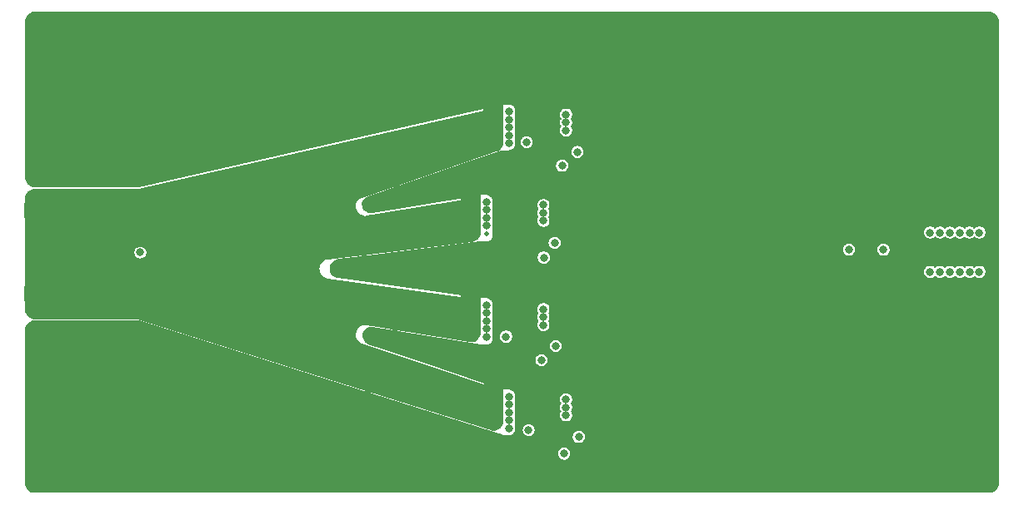
<source format=gbr>
%TF.GenerationSoftware,KiCad,Pcbnew,5.1.7*%
%TF.CreationDate,2020-11-10T23:09:26+00:00*%
%TF.ProjectId,LT3045-4,4c543330-3435-42d3-942e-6b696361645f,rev?*%
%TF.SameCoordinates,Original*%
%TF.FileFunction,Copper,L4,Bot*%
%TF.FilePolarity,Positive*%
%FSLAX46Y46*%
G04 Gerber Fmt 4.6, Leading zero omitted, Abs format (unit mm)*
G04 Created by KiCad (PCBNEW 5.1.7) date 2020-11-10 23:09:26*
%MOMM*%
%LPD*%
G01*
G04 APERTURE LIST*
%TA.AperFunction,SMDPad,CuDef*%
%ADD10R,5.080000X1.500000*%
%TD*%
%TA.AperFunction,ViaPad*%
%ADD11C,0.800000*%
%TD*%
%TA.AperFunction,ViaPad*%
%ADD12C,0.500000*%
%TD*%
%TA.AperFunction,Conductor*%
%ADD13C,2.000000*%
%TD*%
%TA.AperFunction,Conductor*%
%ADD14C,0.500000*%
%TD*%
%TA.AperFunction,Conductor*%
%ADD15C,0.250000*%
%TD*%
%TA.AperFunction,Conductor*%
%ADD16C,0.200000*%
%TD*%
%TA.AperFunction,Conductor*%
%ADD17C,0.100000*%
%TD*%
%TA.AperFunction,Conductor*%
%ADD18C,0.254000*%
%TD*%
G04 APERTURE END LIST*
D10*
%TO.P,J1,2*%
%TO.N,GND*%
X3000000Y-20750000D03*
X3000000Y-29250000D03*
%TD*%
%TO.P,J2,2*%
%TO.N,GND*%
X97000000Y-20750000D03*
X97000000Y-29250000D03*
%TD*%
D11*
%TO.N,GND*%
X45800000Y-18400000D03*
X45800000Y-28500000D03*
X52300000Y-46300000D03*
X49800000Y-37000000D03*
X51900000Y-26200000D03*
X53700000Y-42500000D03*
X54500000Y-42500000D03*
X54500000Y-43300000D03*
X53700000Y-43300000D03*
X53700000Y-44100000D03*
X54500000Y-44100000D03*
X51400000Y-33200000D03*
X52200000Y-33200000D03*
X51400000Y-34000000D03*
X52200000Y-34000000D03*
X52200000Y-34800000D03*
D12*
X51400000Y-34800000D03*
D11*
X53700000Y-13500000D03*
X54500000Y-13500000D03*
X54500000Y-14300000D03*
X53700000Y-14300000D03*
D12*
X53700000Y-15100000D03*
D11*
X54500000Y-15100000D03*
X51400000Y-22800000D03*
X52200000Y-22800000D03*
X52200000Y-23600000D03*
X51400000Y-23600000D03*
X52200000Y-24400000D03*
X51400000Y-24400000D03*
X81750000Y-25750000D03*
X81750000Y-23750000D03*
X97000000Y-19500000D03*
X97000000Y-30500000D03*
X52300000Y-17000000D03*
X86200000Y-28900000D03*
X86300000Y-21200000D03*
X64300000Y-12900000D03*
X64500000Y-19500000D03*
X64550000Y-30600000D03*
X64700000Y-37000000D03*
X64600000Y-25500000D03*
X64500000Y-28700000D03*
X64500000Y-21200000D03*
X64500000Y-23600000D03*
X59600000Y-40750000D03*
X58800000Y-7800000D03*
X49800000Y-9300000D03*
X46100000Y-10000000D03*
X41800000Y-11000000D03*
X38000000Y-11900000D03*
X34400000Y-12700000D03*
X31800000Y-13000000D03*
X28100000Y-13800000D03*
X23000000Y-15100000D03*
X18300000Y-16100000D03*
X13700000Y-17000000D03*
X35900000Y-20200000D03*
X47400000Y-15800000D03*
X46200000Y-25100000D03*
X35100000Y-26800000D03*
X45900000Y-34900000D03*
X35800000Y-33600000D03*
X47500000Y-37400000D03*
X47100000Y-44100000D03*
X31800000Y-39300000D03*
X15600000Y-34200000D03*
X22600000Y-36800000D03*
X39900000Y-41900000D03*
X41000000Y-25500000D03*
X40700000Y-27700000D03*
X40800000Y-33900000D03*
X42200000Y-36000000D03*
X42500000Y-17900000D03*
X40900000Y-19700000D03*
X39200000Y-18500000D03*
X38400000Y-19900000D03*
X25600000Y-14600000D03*
X26400000Y-37800000D03*
X34400000Y-39900000D03*
X36700000Y-40900000D03*
X42400000Y-42600000D03*
X44900000Y-43100000D03*
X19400000Y-35800000D03*
X13600000Y-33500000D03*
X62800000Y-40500000D03*
X67700000Y-38200000D03*
X73800000Y-35500000D03*
X79500000Y-33900000D03*
X84700000Y-31800000D03*
X86500000Y-18800000D03*
X81400000Y-16200000D03*
X76300000Y-14200000D03*
X69600000Y-11800000D03*
X65600000Y-10100000D03*
X62800000Y-9000000D03*
X83100000Y-20800000D03*
X70500000Y-19600000D03*
X61100000Y-18400000D03*
X61100000Y-12500000D03*
X70900000Y-16100000D03*
X76900000Y-18000000D03*
X81000000Y-19300000D03*
X77500000Y-20400000D03*
X66400000Y-18900000D03*
X68700000Y-22000000D03*
X77800000Y-22300000D03*
X73400000Y-23500000D03*
X67200000Y-23600000D03*
X79000000Y-23600000D03*
X78900000Y-26000000D03*
X75400000Y-27900000D03*
X68900000Y-25800000D03*
X68600000Y-28100000D03*
X74800000Y-26000000D03*
X80800000Y-29200000D03*
X71300000Y-30300000D03*
X77100000Y-31800000D03*
X83300000Y-30000000D03*
X70800000Y-34200000D03*
X68100000Y-31000000D03*
X61100000Y-37600000D03*
X59800000Y-48300000D03*
X59800000Y-42900000D03*
X59800000Y-44900000D03*
X59000000Y-2300000D03*
X59200000Y-4700000D03*
%TO.N,Net-(C2-Pad1)*%
X56800000Y-43800000D03*
X54450000Y-34550000D03*
X56650000Y-14800000D03*
X54350000Y-24050000D03*
%TO.N,Net-(R5-Pad2)*%
X84250000Y-24750000D03*
X53250000Y-25550000D03*
%TO.N,/VOUT*%
X97500000Y-23000000D03*
X96500000Y-23000000D03*
X95500000Y-23000000D03*
X94500000Y-23000000D03*
X97500000Y-27000000D03*
X96500000Y-27000000D03*
X95500000Y-27000000D03*
X94500000Y-27000000D03*
X93500000Y-27000000D03*
X92500000Y-27000000D03*
X93500000Y-23000000D03*
X92500000Y-23000000D03*
X87750000Y-24750000D03*
X55500000Y-12600000D03*
X55500000Y-11800000D03*
X55500000Y-11000000D03*
X53200000Y-21800000D03*
X53200000Y-21000000D03*
X53200000Y-20200000D03*
X53200000Y-32400000D03*
X53200000Y-31600000D03*
X53200000Y-30800000D03*
X55500000Y-41600000D03*
X55500000Y-40800000D03*
X55500000Y-40000000D03*
%TO.N,/VIN*%
X51500000Y-13800000D03*
X49400000Y-33600000D03*
X55100000Y-16200000D03*
X53000000Y-36000000D03*
X55300000Y-45500000D03*
X51700000Y-43100000D03*
X49700000Y-10700000D03*
X49700000Y-11500000D03*
X49700000Y-12300000D03*
X49700000Y-13100000D03*
X49700000Y-13900000D03*
X47400000Y-19900000D03*
X47400000Y-20700000D03*
X47400000Y-21500000D03*
X47400000Y-22300000D03*
D12*
X47400000Y-23100000D03*
D11*
X47400000Y-30400000D03*
X47400000Y-31200000D03*
X47400000Y-32000000D03*
X47400000Y-32800000D03*
X47400000Y-33600000D03*
X49700000Y-39700000D03*
X49700000Y-40500000D03*
X49700000Y-41300000D03*
X49700000Y-42100000D03*
X49700000Y-42900000D03*
X12200000Y-25000000D03*
%TD*%
D13*
%TO.N,GND*%
X48100000Y-11500000D02*
X48100000Y-9100000D01*
X45800000Y-20800000D02*
X45800000Y-18400000D01*
X45800000Y-30900000D02*
X45800000Y-28500000D01*
X48100000Y-41200000D02*
X48100000Y-38800000D01*
D14*
X35300000Y-40800000D02*
X35300000Y-38400000D01*
X38100000Y-33100000D02*
X38100000Y-30700000D01*
X35000000Y-25900000D02*
X35000000Y-23500000D01*
X38400000Y-18500000D02*
X38400000Y-16100000D01*
D13*
X45800000Y-18400000D02*
X45800000Y-18400000D01*
X45800000Y-28500000D02*
X45800000Y-28500000D01*
D15*
X97000000Y-20750000D02*
X97000000Y-19500000D01*
%TD*%
D16*
%TO.N,GND*%
X98675485Y-617768D02*
X98844229Y-668955D01*
X98999745Y-752080D01*
X99136054Y-863946D01*
X99247920Y-1000255D01*
X99331045Y-1155771D01*
X99382232Y-1324515D01*
X99400000Y-1504908D01*
X99400000Y-48495092D01*
X99382232Y-48675485D01*
X99331045Y-48844229D01*
X99247920Y-48999745D01*
X99136054Y-49136054D01*
X98999745Y-49247920D01*
X98844229Y-49331045D01*
X98675485Y-49382232D01*
X98495092Y-49400000D01*
X1504908Y-49400000D01*
X1324515Y-49382232D01*
X1155771Y-49331045D01*
X1000255Y-49247920D01*
X863946Y-49136054D01*
X752080Y-48999745D01*
X668955Y-48844229D01*
X617768Y-48675485D01*
X600000Y-48495092D01*
X600000Y-45431056D01*
X54600000Y-45431056D01*
X54600000Y-45568944D01*
X54626901Y-45704182D01*
X54679668Y-45831574D01*
X54756274Y-45946224D01*
X54853776Y-46043726D01*
X54968426Y-46120332D01*
X55095818Y-46173099D01*
X55231056Y-46200000D01*
X55368944Y-46200000D01*
X55504182Y-46173099D01*
X55631574Y-46120332D01*
X55746224Y-46043726D01*
X55843726Y-45946224D01*
X55920332Y-45831574D01*
X55973099Y-45704182D01*
X56000000Y-45568944D01*
X56000000Y-45431056D01*
X55973099Y-45295818D01*
X55920332Y-45168426D01*
X55843726Y-45053776D01*
X55746224Y-44956274D01*
X55631574Y-44879668D01*
X55504182Y-44826901D01*
X55368944Y-44800000D01*
X55231056Y-44800000D01*
X55095818Y-44826901D01*
X54968426Y-44879668D01*
X54853776Y-44956274D01*
X54756274Y-45053776D01*
X54679668Y-45168426D01*
X54626901Y-45295818D01*
X54600000Y-45431056D01*
X600000Y-45431056D01*
X600000Y-32904908D01*
X617768Y-32724515D01*
X668955Y-32555771D01*
X752080Y-32400255D01*
X863946Y-32263946D01*
X1000255Y-32152080D01*
X1155771Y-32068955D01*
X1324515Y-32017768D01*
X1504908Y-32000000D01*
X11842228Y-32000000D01*
X11982949Y-32010768D01*
X12120388Y-32042821D01*
X48923107Y-43649069D01*
X48930471Y-43651086D01*
X49079080Y-43685744D01*
X49094162Y-43688066D01*
X49246315Y-43699709D01*
X49253945Y-43700000D01*
X49700000Y-43700000D01*
X49713053Y-43699144D01*
X49868344Y-43678699D01*
X49893559Y-43671943D01*
X50038268Y-43612003D01*
X50060876Y-43598950D01*
X50185140Y-43503599D01*
X50203599Y-43485140D01*
X50298950Y-43360876D01*
X50312003Y-43338268D01*
X50371943Y-43193559D01*
X50378699Y-43168344D01*
X50396773Y-43031056D01*
X51000000Y-43031056D01*
X51000000Y-43168944D01*
X51026901Y-43304182D01*
X51079668Y-43431574D01*
X51156274Y-43546224D01*
X51253776Y-43643726D01*
X51368426Y-43720332D01*
X51495818Y-43773099D01*
X51631056Y-43800000D01*
X51768944Y-43800000D01*
X51904182Y-43773099D01*
X52005683Y-43731056D01*
X56100000Y-43731056D01*
X56100000Y-43868944D01*
X56126901Y-44004182D01*
X56179668Y-44131574D01*
X56256274Y-44246224D01*
X56353776Y-44343726D01*
X56468426Y-44420332D01*
X56595818Y-44473099D01*
X56731056Y-44500000D01*
X56868944Y-44500000D01*
X57004182Y-44473099D01*
X57131574Y-44420332D01*
X57246224Y-44343726D01*
X57343726Y-44246224D01*
X57420332Y-44131574D01*
X57473099Y-44004182D01*
X57500000Y-43868944D01*
X57500000Y-43731056D01*
X57473099Y-43595818D01*
X57420332Y-43468426D01*
X57343726Y-43353776D01*
X57246224Y-43256274D01*
X57131574Y-43179668D01*
X57004182Y-43126901D01*
X56868944Y-43100000D01*
X56731056Y-43100000D01*
X56595818Y-43126901D01*
X56468426Y-43179668D01*
X56353776Y-43256274D01*
X56256274Y-43353776D01*
X56179668Y-43468426D01*
X56126901Y-43595818D01*
X56100000Y-43731056D01*
X52005683Y-43731056D01*
X52031574Y-43720332D01*
X52146224Y-43643726D01*
X52243726Y-43546224D01*
X52320332Y-43431574D01*
X52373099Y-43304182D01*
X52400000Y-43168944D01*
X52400000Y-43031056D01*
X52373099Y-42895818D01*
X52320332Y-42768426D01*
X52243726Y-42653776D01*
X52146224Y-42556274D01*
X52031574Y-42479668D01*
X51904182Y-42426901D01*
X51768944Y-42400000D01*
X51631056Y-42400000D01*
X51495818Y-42426901D01*
X51368426Y-42479668D01*
X51253776Y-42556274D01*
X51156274Y-42653776D01*
X51079668Y-42768426D01*
X51026901Y-42895818D01*
X51000000Y-43031056D01*
X50396773Y-43031056D01*
X50399144Y-43013053D01*
X50400000Y-43000000D01*
X50400000Y-39931056D01*
X54800000Y-39931056D01*
X54800000Y-40068944D01*
X54826901Y-40204182D01*
X54879668Y-40331574D01*
X54925388Y-40400000D01*
X54879668Y-40468426D01*
X54826901Y-40595818D01*
X54800000Y-40731056D01*
X54800000Y-40868944D01*
X54826901Y-41004182D01*
X54879668Y-41131574D01*
X54925388Y-41200000D01*
X54879668Y-41268426D01*
X54826901Y-41395818D01*
X54800000Y-41531056D01*
X54800000Y-41668944D01*
X54826901Y-41804182D01*
X54879668Y-41931574D01*
X54956274Y-42046224D01*
X55053776Y-42143726D01*
X55168426Y-42220332D01*
X55295818Y-42273099D01*
X55431056Y-42300000D01*
X55568944Y-42300000D01*
X55704182Y-42273099D01*
X55831574Y-42220332D01*
X55946224Y-42143726D01*
X56043726Y-42046224D01*
X56120332Y-41931574D01*
X56173099Y-41804182D01*
X56200000Y-41668944D01*
X56200000Y-41531056D01*
X56173099Y-41395818D01*
X56120332Y-41268426D01*
X56074612Y-41200000D01*
X56120332Y-41131574D01*
X56173099Y-41004182D01*
X56200000Y-40868944D01*
X56200000Y-40731056D01*
X56173099Y-40595818D01*
X56120332Y-40468426D01*
X56074612Y-40400000D01*
X56120332Y-40331574D01*
X56173099Y-40204182D01*
X56200000Y-40068944D01*
X56200000Y-39931056D01*
X56173099Y-39795818D01*
X56120332Y-39668426D01*
X56043726Y-39553776D01*
X55946224Y-39456274D01*
X55831574Y-39379668D01*
X55704182Y-39326901D01*
X55568944Y-39300000D01*
X55431056Y-39300000D01*
X55295818Y-39326901D01*
X55168426Y-39379668D01*
X55053776Y-39456274D01*
X54956274Y-39553776D01*
X54879668Y-39668426D01*
X54826901Y-39795818D01*
X54800000Y-39931056D01*
X50400000Y-39931056D01*
X50400000Y-39600000D01*
X50399144Y-39586947D01*
X50378699Y-39431656D01*
X50371943Y-39406441D01*
X50312003Y-39261732D01*
X50298950Y-39239124D01*
X50203599Y-39114860D01*
X50185140Y-39096401D01*
X50060876Y-39001050D01*
X50038268Y-38987997D01*
X49893559Y-38928057D01*
X49868344Y-38921301D01*
X49713053Y-38900856D01*
X49700000Y-38900000D01*
X49268244Y-38900000D01*
X49118426Y-38887784D01*
X48972559Y-38851455D01*
X40318207Y-35931056D01*
X52300000Y-35931056D01*
X52300000Y-36068944D01*
X52326901Y-36204182D01*
X52379668Y-36331574D01*
X52456274Y-36446224D01*
X52553776Y-36543726D01*
X52668426Y-36620332D01*
X52795818Y-36673099D01*
X52931056Y-36700000D01*
X53068944Y-36700000D01*
X53204182Y-36673099D01*
X53331574Y-36620332D01*
X53446224Y-36543726D01*
X53543726Y-36446224D01*
X53620332Y-36331574D01*
X53673099Y-36204182D01*
X53700000Y-36068944D01*
X53700000Y-35931056D01*
X53673099Y-35795818D01*
X53620332Y-35668426D01*
X53543726Y-35553776D01*
X53446224Y-35456274D01*
X53331574Y-35379668D01*
X53204182Y-35326901D01*
X53068944Y-35300000D01*
X52931056Y-35300000D01*
X52795818Y-35326901D01*
X52668426Y-35379668D01*
X52553776Y-35456274D01*
X52456274Y-35553776D01*
X52379668Y-35668426D01*
X52326901Y-35795818D01*
X52300000Y-35931056D01*
X40318207Y-35931056D01*
X35444972Y-34286590D01*
X35282128Y-34211553D01*
X35143078Y-34107053D01*
X35029218Y-33975552D01*
X34945681Y-33822981D01*
X34896233Y-33656217D01*
X34883102Y-33482764D01*
X34906877Y-33310459D01*
X34966492Y-33147044D01*
X35059253Y-32999906D01*
X35180987Y-32875658D01*
X35326207Y-32779906D01*
X35488365Y-32716966D01*
X35660150Y-32689674D01*
X35839175Y-32699555D01*
X46804060Y-34485690D01*
X46812073Y-34486665D01*
X46972850Y-34499674D01*
X46980915Y-34500000D01*
X47450000Y-34500000D01*
X47463053Y-34499144D01*
X47600443Y-34481056D01*
X53750000Y-34481056D01*
X53750000Y-34618944D01*
X53776901Y-34754182D01*
X53829668Y-34881574D01*
X53906274Y-34996224D01*
X54003776Y-35093726D01*
X54118426Y-35170332D01*
X54245818Y-35223099D01*
X54381056Y-35250000D01*
X54518944Y-35250000D01*
X54654182Y-35223099D01*
X54781574Y-35170332D01*
X54896224Y-35093726D01*
X54993726Y-34996224D01*
X55070332Y-34881574D01*
X55123099Y-34754182D01*
X55150000Y-34618944D01*
X55150000Y-34481056D01*
X55123099Y-34345818D01*
X55070332Y-34218426D01*
X54993726Y-34103776D01*
X54896224Y-34006274D01*
X54781574Y-33929668D01*
X54654182Y-33876901D01*
X54518944Y-33850000D01*
X54381056Y-33850000D01*
X54245818Y-33876901D01*
X54118426Y-33929668D01*
X54003776Y-34006274D01*
X53906274Y-34103776D01*
X53829668Y-34218426D01*
X53776901Y-34345818D01*
X53750000Y-34481056D01*
X47600443Y-34481056D01*
X47605403Y-34480403D01*
X47630618Y-34473647D01*
X47763268Y-34418702D01*
X47785876Y-34405649D01*
X47899785Y-34318244D01*
X47918244Y-34299785D01*
X48005649Y-34185876D01*
X48018702Y-34163268D01*
X48073647Y-34030618D01*
X48080403Y-34005403D01*
X48099144Y-33863053D01*
X48100000Y-33850000D01*
X48100000Y-33531056D01*
X48700000Y-33531056D01*
X48700000Y-33668944D01*
X48726901Y-33804182D01*
X48779668Y-33931574D01*
X48856274Y-34046224D01*
X48953776Y-34143726D01*
X49068426Y-34220332D01*
X49195818Y-34273099D01*
X49331056Y-34300000D01*
X49468944Y-34300000D01*
X49604182Y-34273099D01*
X49731574Y-34220332D01*
X49846224Y-34143726D01*
X49943726Y-34046224D01*
X50020332Y-33931574D01*
X50073099Y-33804182D01*
X50100000Y-33668944D01*
X50100000Y-33531056D01*
X50073099Y-33395818D01*
X50020332Y-33268426D01*
X49943726Y-33153776D01*
X49846224Y-33056274D01*
X49731574Y-32979668D01*
X49604182Y-32926901D01*
X49468944Y-32900000D01*
X49331056Y-32900000D01*
X49195818Y-32926901D01*
X49068426Y-32979668D01*
X48953776Y-33056274D01*
X48856274Y-33153776D01*
X48779668Y-33268426D01*
X48726901Y-33395818D01*
X48700000Y-33531056D01*
X48100000Y-33531056D01*
X48100000Y-30731056D01*
X52500000Y-30731056D01*
X52500000Y-30868944D01*
X52526901Y-31004182D01*
X52579668Y-31131574D01*
X52625388Y-31200000D01*
X52579668Y-31268426D01*
X52526901Y-31395818D01*
X52500000Y-31531056D01*
X52500000Y-31668944D01*
X52526901Y-31804182D01*
X52579668Y-31931574D01*
X52625388Y-32000000D01*
X52579668Y-32068426D01*
X52526901Y-32195818D01*
X52500000Y-32331056D01*
X52500000Y-32468944D01*
X52526901Y-32604182D01*
X52579668Y-32731574D01*
X52656274Y-32846224D01*
X52753776Y-32943726D01*
X52868426Y-33020332D01*
X52995818Y-33073099D01*
X53131056Y-33100000D01*
X53268944Y-33100000D01*
X53404182Y-33073099D01*
X53531574Y-33020332D01*
X53646224Y-32943726D01*
X53743726Y-32846224D01*
X53820332Y-32731574D01*
X53873099Y-32604182D01*
X53900000Y-32468944D01*
X53900000Y-32331056D01*
X53873099Y-32195818D01*
X53820332Y-32068426D01*
X53774612Y-32000000D01*
X53820332Y-31931574D01*
X53873099Y-31804182D01*
X53900000Y-31668944D01*
X53900000Y-31531056D01*
X53873099Y-31395818D01*
X53820332Y-31268426D01*
X53774612Y-31200000D01*
X53820332Y-31131574D01*
X53873099Y-31004182D01*
X53900000Y-30868944D01*
X53900000Y-30731056D01*
X53873099Y-30595818D01*
X53820332Y-30468426D01*
X53743726Y-30353776D01*
X53646224Y-30256274D01*
X53531574Y-30179668D01*
X53404182Y-30126901D01*
X53268944Y-30100000D01*
X53131056Y-30100000D01*
X52995818Y-30126901D01*
X52868426Y-30179668D01*
X52753776Y-30256274D01*
X52656274Y-30353776D01*
X52579668Y-30468426D01*
X52526901Y-30595818D01*
X52500000Y-30731056D01*
X48100000Y-30731056D01*
X48100000Y-30300000D01*
X48099144Y-30286947D01*
X48078699Y-30131656D01*
X48071943Y-30106441D01*
X48012003Y-29961732D01*
X47998950Y-29939124D01*
X47903599Y-29814860D01*
X47885140Y-29796401D01*
X47760876Y-29701050D01*
X47738268Y-29687997D01*
X47593559Y-29628057D01*
X47568344Y-29621301D01*
X47413053Y-29600856D01*
X47400000Y-29600000D01*
X46873607Y-29600000D01*
X46741069Y-29590708D01*
X32331653Y-27560291D01*
X32147380Y-27514643D01*
X31980964Y-27434562D01*
X31834422Y-27322190D01*
X31713909Y-27182248D01*
X31624522Y-27020651D01*
X31596849Y-26931056D01*
X91800000Y-26931056D01*
X91800000Y-27068944D01*
X91826901Y-27204182D01*
X91879668Y-27331574D01*
X91956274Y-27446224D01*
X92053776Y-27543726D01*
X92168426Y-27620332D01*
X92295818Y-27673099D01*
X92431056Y-27700000D01*
X92568944Y-27700000D01*
X92704182Y-27673099D01*
X92831574Y-27620332D01*
X92946224Y-27543726D01*
X93000000Y-27489950D01*
X93053776Y-27543726D01*
X93168426Y-27620332D01*
X93295818Y-27673099D01*
X93431056Y-27700000D01*
X93568944Y-27700000D01*
X93704182Y-27673099D01*
X93831574Y-27620332D01*
X93946224Y-27543726D01*
X94000000Y-27489950D01*
X94053776Y-27543726D01*
X94168426Y-27620332D01*
X94295818Y-27673099D01*
X94431056Y-27700000D01*
X94568944Y-27700000D01*
X94704182Y-27673099D01*
X94831574Y-27620332D01*
X94946224Y-27543726D01*
X95000000Y-27489950D01*
X95053776Y-27543726D01*
X95168426Y-27620332D01*
X95295818Y-27673099D01*
X95431056Y-27700000D01*
X95568944Y-27700000D01*
X95704182Y-27673099D01*
X95831574Y-27620332D01*
X95946224Y-27543726D01*
X96000000Y-27489950D01*
X96053776Y-27543726D01*
X96168426Y-27620332D01*
X96295818Y-27673099D01*
X96431056Y-27700000D01*
X96568944Y-27700000D01*
X96704182Y-27673099D01*
X96831574Y-27620332D01*
X96946224Y-27543726D01*
X97000000Y-27489950D01*
X97053776Y-27543726D01*
X97168426Y-27620332D01*
X97295818Y-27673099D01*
X97431056Y-27700000D01*
X97568944Y-27700000D01*
X97704182Y-27673099D01*
X97831574Y-27620332D01*
X97946224Y-27543726D01*
X98043726Y-27446224D01*
X98120332Y-27331574D01*
X98173099Y-27204182D01*
X98200000Y-27068944D01*
X98200000Y-26931056D01*
X98173099Y-26795818D01*
X98120332Y-26668426D01*
X98043726Y-26553776D01*
X97946224Y-26456274D01*
X97831574Y-26379668D01*
X97704182Y-26326901D01*
X97568944Y-26300000D01*
X97431056Y-26300000D01*
X97295818Y-26326901D01*
X97168426Y-26379668D01*
X97053776Y-26456274D01*
X97000000Y-26510050D01*
X96946224Y-26456274D01*
X96831574Y-26379668D01*
X96704182Y-26326901D01*
X96568944Y-26300000D01*
X96431056Y-26300000D01*
X96295818Y-26326901D01*
X96168426Y-26379668D01*
X96053776Y-26456274D01*
X96000000Y-26510050D01*
X95946224Y-26456274D01*
X95831574Y-26379668D01*
X95704182Y-26326901D01*
X95568944Y-26300000D01*
X95431056Y-26300000D01*
X95295818Y-26326901D01*
X95168426Y-26379668D01*
X95053776Y-26456274D01*
X95000000Y-26510050D01*
X94946224Y-26456274D01*
X94831574Y-26379668D01*
X94704182Y-26326901D01*
X94568944Y-26300000D01*
X94431056Y-26300000D01*
X94295818Y-26326901D01*
X94168426Y-26379668D01*
X94053776Y-26456274D01*
X94000000Y-26510050D01*
X93946224Y-26456274D01*
X93831574Y-26379668D01*
X93704182Y-26326901D01*
X93568944Y-26300000D01*
X93431056Y-26300000D01*
X93295818Y-26326901D01*
X93168426Y-26379668D01*
X93053776Y-26456274D01*
X93000000Y-26510050D01*
X92946224Y-26456274D01*
X92831574Y-26379668D01*
X92704182Y-26326901D01*
X92568944Y-26300000D01*
X92431056Y-26300000D01*
X92295818Y-26326901D01*
X92168426Y-26379668D01*
X92053776Y-26456274D01*
X91956274Y-26553776D01*
X91879668Y-26668426D01*
X91826901Y-26795818D01*
X91800000Y-26931056D01*
X31596849Y-26931056D01*
X31570020Y-26844199D01*
X31552705Y-26660343D01*
X31573304Y-26476816D01*
X31630948Y-26301373D01*
X31723213Y-26141392D01*
X31846203Y-26003630D01*
X31994733Y-25893893D01*
X32162551Y-25816799D01*
X32347612Y-25774452D01*
X34738245Y-25481056D01*
X52550000Y-25481056D01*
X52550000Y-25618944D01*
X52576901Y-25754182D01*
X52629668Y-25881574D01*
X52706274Y-25996224D01*
X52803776Y-26093726D01*
X52918426Y-26170332D01*
X53045818Y-26223099D01*
X53181056Y-26250000D01*
X53318944Y-26250000D01*
X53454182Y-26223099D01*
X53581574Y-26170332D01*
X53696224Y-26093726D01*
X53793726Y-25996224D01*
X53870332Y-25881574D01*
X53923099Y-25754182D01*
X53950000Y-25618944D01*
X53950000Y-25481056D01*
X53923099Y-25345818D01*
X53870332Y-25218426D01*
X53793726Y-25103776D01*
X53696224Y-25006274D01*
X53581574Y-24929668D01*
X53454182Y-24876901D01*
X53318944Y-24850000D01*
X53181056Y-24850000D01*
X53045818Y-24876901D01*
X52918426Y-24929668D01*
X52803776Y-25006274D01*
X52706274Y-25103776D01*
X52629668Y-25218426D01*
X52576901Y-25345818D01*
X52550000Y-25481056D01*
X34738245Y-25481056D01*
X46748460Y-24007075D01*
X46864194Y-24000000D01*
X47400000Y-24000000D01*
X47413053Y-23999144D01*
X47550441Y-23981056D01*
X53650000Y-23981056D01*
X53650000Y-24118944D01*
X53676901Y-24254182D01*
X53729668Y-24381574D01*
X53806274Y-24496224D01*
X53903776Y-24593726D01*
X54018426Y-24670332D01*
X54145818Y-24723099D01*
X54281056Y-24750000D01*
X54418944Y-24750000D01*
X54554182Y-24723099D01*
X54655683Y-24681056D01*
X83550000Y-24681056D01*
X83550000Y-24818944D01*
X83576901Y-24954182D01*
X83629668Y-25081574D01*
X83706274Y-25196224D01*
X83803776Y-25293726D01*
X83918426Y-25370332D01*
X84045818Y-25423099D01*
X84181056Y-25450000D01*
X84318944Y-25450000D01*
X84454182Y-25423099D01*
X84581574Y-25370332D01*
X84696224Y-25293726D01*
X84793726Y-25196224D01*
X84870332Y-25081574D01*
X84923099Y-24954182D01*
X84950000Y-24818944D01*
X84950000Y-24681056D01*
X87050000Y-24681056D01*
X87050000Y-24818944D01*
X87076901Y-24954182D01*
X87129668Y-25081574D01*
X87206274Y-25196224D01*
X87303776Y-25293726D01*
X87418426Y-25370332D01*
X87545818Y-25423099D01*
X87681056Y-25450000D01*
X87818944Y-25450000D01*
X87954182Y-25423099D01*
X88081574Y-25370332D01*
X88196224Y-25293726D01*
X88293726Y-25196224D01*
X88370332Y-25081574D01*
X88423099Y-24954182D01*
X88450000Y-24818944D01*
X88450000Y-24681056D01*
X88423099Y-24545818D01*
X88370332Y-24418426D01*
X88293726Y-24303776D01*
X88196224Y-24206274D01*
X88081574Y-24129668D01*
X87954182Y-24076901D01*
X87818944Y-24050000D01*
X87681056Y-24050000D01*
X87545818Y-24076901D01*
X87418426Y-24129668D01*
X87303776Y-24206274D01*
X87206274Y-24303776D01*
X87129668Y-24418426D01*
X87076901Y-24545818D01*
X87050000Y-24681056D01*
X84950000Y-24681056D01*
X84923099Y-24545818D01*
X84870332Y-24418426D01*
X84793726Y-24303776D01*
X84696224Y-24206274D01*
X84581574Y-24129668D01*
X84454182Y-24076901D01*
X84318944Y-24050000D01*
X84181056Y-24050000D01*
X84045818Y-24076901D01*
X83918426Y-24129668D01*
X83803776Y-24206274D01*
X83706274Y-24303776D01*
X83629668Y-24418426D01*
X83576901Y-24545818D01*
X83550000Y-24681056D01*
X54655683Y-24681056D01*
X54681574Y-24670332D01*
X54796224Y-24593726D01*
X54893726Y-24496224D01*
X54970332Y-24381574D01*
X55023099Y-24254182D01*
X55050000Y-24118944D01*
X55050000Y-23981056D01*
X55023099Y-23845818D01*
X54970332Y-23718426D01*
X54893726Y-23603776D01*
X54796224Y-23506274D01*
X54681574Y-23429668D01*
X54554182Y-23376901D01*
X54418944Y-23350000D01*
X54281056Y-23350000D01*
X54145818Y-23376901D01*
X54018426Y-23429668D01*
X53903776Y-23506274D01*
X53806274Y-23603776D01*
X53729668Y-23718426D01*
X53676901Y-23845818D01*
X53650000Y-23981056D01*
X47550441Y-23981056D01*
X47568344Y-23978699D01*
X47593559Y-23971943D01*
X47738268Y-23912003D01*
X47760876Y-23898950D01*
X47885140Y-23803599D01*
X47903599Y-23785140D01*
X47998950Y-23660876D01*
X48012003Y-23638268D01*
X48071943Y-23493559D01*
X48078699Y-23468344D01*
X48099144Y-23313053D01*
X48100000Y-23300000D01*
X48100000Y-22931056D01*
X91800000Y-22931056D01*
X91800000Y-23068944D01*
X91826901Y-23204182D01*
X91879668Y-23331574D01*
X91956274Y-23446224D01*
X92053776Y-23543726D01*
X92168426Y-23620332D01*
X92295818Y-23673099D01*
X92431056Y-23700000D01*
X92568944Y-23700000D01*
X92704182Y-23673099D01*
X92831574Y-23620332D01*
X92946224Y-23543726D01*
X93000000Y-23489950D01*
X93053776Y-23543726D01*
X93168426Y-23620332D01*
X93295818Y-23673099D01*
X93431056Y-23700000D01*
X93568944Y-23700000D01*
X93704182Y-23673099D01*
X93831574Y-23620332D01*
X93946224Y-23543726D01*
X94000000Y-23489950D01*
X94053776Y-23543726D01*
X94168426Y-23620332D01*
X94295818Y-23673099D01*
X94431056Y-23700000D01*
X94568944Y-23700000D01*
X94704182Y-23673099D01*
X94831574Y-23620332D01*
X94946224Y-23543726D01*
X95000000Y-23489950D01*
X95053776Y-23543726D01*
X95168426Y-23620332D01*
X95295818Y-23673099D01*
X95431056Y-23700000D01*
X95568944Y-23700000D01*
X95704182Y-23673099D01*
X95831574Y-23620332D01*
X95946224Y-23543726D01*
X96000000Y-23489950D01*
X96053776Y-23543726D01*
X96168426Y-23620332D01*
X96295818Y-23673099D01*
X96431056Y-23700000D01*
X96568944Y-23700000D01*
X96704182Y-23673099D01*
X96831574Y-23620332D01*
X96946224Y-23543726D01*
X97000000Y-23489950D01*
X97053776Y-23543726D01*
X97168426Y-23620332D01*
X97295818Y-23673099D01*
X97431056Y-23700000D01*
X97568944Y-23700000D01*
X97704182Y-23673099D01*
X97831574Y-23620332D01*
X97946224Y-23543726D01*
X98043726Y-23446224D01*
X98120332Y-23331574D01*
X98173099Y-23204182D01*
X98200000Y-23068944D01*
X98200000Y-22931056D01*
X98173099Y-22795818D01*
X98120332Y-22668426D01*
X98043726Y-22553776D01*
X97946224Y-22456274D01*
X97831574Y-22379668D01*
X97704182Y-22326901D01*
X97568944Y-22300000D01*
X97431056Y-22300000D01*
X97295818Y-22326901D01*
X97168426Y-22379668D01*
X97053776Y-22456274D01*
X97000000Y-22510050D01*
X96946224Y-22456274D01*
X96831574Y-22379668D01*
X96704182Y-22326901D01*
X96568944Y-22300000D01*
X96431056Y-22300000D01*
X96295818Y-22326901D01*
X96168426Y-22379668D01*
X96053776Y-22456274D01*
X96000000Y-22510050D01*
X95946224Y-22456274D01*
X95831574Y-22379668D01*
X95704182Y-22326901D01*
X95568944Y-22300000D01*
X95431056Y-22300000D01*
X95295818Y-22326901D01*
X95168426Y-22379668D01*
X95053776Y-22456274D01*
X95000000Y-22510050D01*
X94946224Y-22456274D01*
X94831574Y-22379668D01*
X94704182Y-22326901D01*
X94568944Y-22300000D01*
X94431056Y-22300000D01*
X94295818Y-22326901D01*
X94168426Y-22379668D01*
X94053776Y-22456274D01*
X94000000Y-22510050D01*
X93946224Y-22456274D01*
X93831574Y-22379668D01*
X93704182Y-22326901D01*
X93568944Y-22300000D01*
X93431056Y-22300000D01*
X93295818Y-22326901D01*
X93168426Y-22379668D01*
X93053776Y-22456274D01*
X93000000Y-22510050D01*
X92946224Y-22456274D01*
X92831574Y-22379668D01*
X92704182Y-22326901D01*
X92568944Y-22300000D01*
X92431056Y-22300000D01*
X92295818Y-22326901D01*
X92168426Y-22379668D01*
X92053776Y-22456274D01*
X91956274Y-22553776D01*
X91879668Y-22668426D01*
X91826901Y-22795818D01*
X91800000Y-22931056D01*
X48100000Y-22931056D01*
X48100000Y-20131056D01*
X52500000Y-20131056D01*
X52500000Y-20268944D01*
X52526901Y-20404182D01*
X52579668Y-20531574D01*
X52625388Y-20600000D01*
X52579668Y-20668426D01*
X52526901Y-20795818D01*
X52500000Y-20931056D01*
X52500000Y-21068944D01*
X52526901Y-21204182D01*
X52579668Y-21331574D01*
X52625388Y-21400000D01*
X52579668Y-21468426D01*
X52526901Y-21595818D01*
X52500000Y-21731056D01*
X52500000Y-21868944D01*
X52526901Y-22004182D01*
X52579668Y-22131574D01*
X52656274Y-22246224D01*
X52753776Y-22343726D01*
X52868426Y-22420332D01*
X52995818Y-22473099D01*
X53131056Y-22500000D01*
X53268944Y-22500000D01*
X53404182Y-22473099D01*
X53531574Y-22420332D01*
X53646224Y-22343726D01*
X53743726Y-22246224D01*
X53820332Y-22131574D01*
X53873099Y-22004182D01*
X53900000Y-21868944D01*
X53900000Y-21731056D01*
X53873099Y-21595818D01*
X53820332Y-21468426D01*
X53774612Y-21400000D01*
X53820332Y-21331574D01*
X53873099Y-21204182D01*
X53900000Y-21068944D01*
X53900000Y-20931056D01*
X53873099Y-20795818D01*
X53820332Y-20668426D01*
X53774612Y-20600000D01*
X53820332Y-20531574D01*
X53873099Y-20404182D01*
X53900000Y-20268944D01*
X53900000Y-20131056D01*
X53873099Y-19995818D01*
X53820332Y-19868426D01*
X53743726Y-19753776D01*
X53646224Y-19656274D01*
X53531574Y-19579668D01*
X53404182Y-19526901D01*
X53268944Y-19500000D01*
X53131056Y-19500000D01*
X52995818Y-19526901D01*
X52868426Y-19579668D01*
X52753776Y-19656274D01*
X52656274Y-19753776D01*
X52579668Y-19868426D01*
X52526901Y-19995818D01*
X52500000Y-20131056D01*
X48100000Y-20131056D01*
X48100000Y-19800000D01*
X48099144Y-19786947D01*
X48078699Y-19631656D01*
X48071943Y-19606441D01*
X48012003Y-19461732D01*
X47998950Y-19439124D01*
X47903599Y-19314860D01*
X47885140Y-19296401D01*
X47760876Y-19201050D01*
X47738268Y-19187997D01*
X47593559Y-19128057D01*
X47568344Y-19121301D01*
X47413053Y-19100856D01*
X47400000Y-19100000D01*
X46883505Y-19100000D01*
X46875184Y-19100347D01*
X46709331Y-19114196D01*
X46701067Y-19115234D01*
X35788670Y-20950501D01*
X35612053Y-20961151D01*
X35442479Y-20935078D01*
X35282225Y-20873776D01*
X35138534Y-20780015D01*
X35017887Y-20658024D01*
X34925725Y-20513305D01*
X34866203Y-20352384D01*
X34842009Y-20182525D01*
X34854233Y-20011388D01*
X34902324Y-19846686D01*
X34984112Y-19695863D01*
X35095907Y-19565712D01*
X35232671Y-19462105D01*
X35393080Y-19387459D01*
X44926888Y-16131056D01*
X54400000Y-16131056D01*
X54400000Y-16268944D01*
X54426901Y-16404182D01*
X54479668Y-16531574D01*
X54556274Y-16646224D01*
X54653776Y-16743726D01*
X54768426Y-16820332D01*
X54895818Y-16873099D01*
X55031056Y-16900000D01*
X55168944Y-16900000D01*
X55304182Y-16873099D01*
X55431574Y-16820332D01*
X55546224Y-16743726D01*
X55643726Y-16646224D01*
X55720332Y-16531574D01*
X55773099Y-16404182D01*
X55800000Y-16268944D01*
X55800000Y-16131056D01*
X55773099Y-15995818D01*
X55720332Y-15868426D01*
X55643726Y-15753776D01*
X55546224Y-15656274D01*
X55431574Y-15579668D01*
X55304182Y-15526901D01*
X55168944Y-15500000D01*
X55031056Y-15500000D01*
X54895818Y-15526901D01*
X54768426Y-15579668D01*
X54653776Y-15656274D01*
X54556274Y-15753776D01*
X54479668Y-15868426D01*
X54426901Y-15995818D01*
X54400000Y-16131056D01*
X44926888Y-16131056D01*
X48971267Y-14749643D01*
X49045026Y-14731056D01*
X55950000Y-14731056D01*
X55950000Y-14868944D01*
X55976901Y-15004182D01*
X56029668Y-15131574D01*
X56106274Y-15246224D01*
X56203776Y-15343726D01*
X56318426Y-15420332D01*
X56445818Y-15473099D01*
X56581056Y-15500000D01*
X56718944Y-15500000D01*
X56854182Y-15473099D01*
X56981574Y-15420332D01*
X57096224Y-15343726D01*
X57193726Y-15246224D01*
X57270332Y-15131574D01*
X57323099Y-15004182D01*
X57350000Y-14868944D01*
X57350000Y-14731056D01*
X57323099Y-14595818D01*
X57270332Y-14468426D01*
X57193726Y-14353776D01*
X57096224Y-14256274D01*
X56981574Y-14179668D01*
X56854182Y-14126901D01*
X56718944Y-14100000D01*
X56581056Y-14100000D01*
X56445818Y-14126901D01*
X56318426Y-14179668D01*
X56203776Y-14256274D01*
X56106274Y-14353776D01*
X56029668Y-14468426D01*
X55976901Y-14595818D01*
X55950000Y-14731056D01*
X49045026Y-14731056D01*
X49118682Y-14712495D01*
X49270193Y-14700000D01*
X49700000Y-14700000D01*
X49713053Y-14699144D01*
X49868344Y-14678699D01*
X49893559Y-14671943D01*
X50038268Y-14612003D01*
X50060876Y-14598950D01*
X50185140Y-14503599D01*
X50203599Y-14485140D01*
X50298950Y-14360876D01*
X50312003Y-14338268D01*
X50371943Y-14193559D01*
X50378699Y-14168344D01*
X50399144Y-14013053D01*
X50400000Y-14000000D01*
X50400000Y-13731056D01*
X50800000Y-13731056D01*
X50800000Y-13868944D01*
X50826901Y-14004182D01*
X50879668Y-14131574D01*
X50956274Y-14246224D01*
X51053776Y-14343726D01*
X51168426Y-14420332D01*
X51295818Y-14473099D01*
X51431056Y-14500000D01*
X51568944Y-14500000D01*
X51704182Y-14473099D01*
X51831574Y-14420332D01*
X51946224Y-14343726D01*
X52043726Y-14246224D01*
X52120332Y-14131574D01*
X52173099Y-14004182D01*
X52200000Y-13868944D01*
X52200000Y-13731056D01*
X52173099Y-13595818D01*
X52120332Y-13468426D01*
X52043726Y-13353776D01*
X51946224Y-13256274D01*
X51831574Y-13179668D01*
X51704182Y-13126901D01*
X51568944Y-13100000D01*
X51431056Y-13100000D01*
X51295818Y-13126901D01*
X51168426Y-13179668D01*
X51053776Y-13256274D01*
X50956274Y-13353776D01*
X50879668Y-13468426D01*
X50826901Y-13595818D01*
X50800000Y-13731056D01*
X50400000Y-13731056D01*
X50400000Y-10931056D01*
X54800000Y-10931056D01*
X54800000Y-11068944D01*
X54826901Y-11204182D01*
X54879668Y-11331574D01*
X54925388Y-11400000D01*
X54879668Y-11468426D01*
X54826901Y-11595818D01*
X54800000Y-11731056D01*
X54800000Y-11868944D01*
X54826901Y-12004182D01*
X54879668Y-12131574D01*
X54925388Y-12200000D01*
X54879668Y-12268426D01*
X54826901Y-12395818D01*
X54800000Y-12531056D01*
X54800000Y-12668944D01*
X54826901Y-12804182D01*
X54879668Y-12931574D01*
X54956274Y-13046224D01*
X55053776Y-13143726D01*
X55168426Y-13220332D01*
X55295818Y-13273099D01*
X55431056Y-13300000D01*
X55568944Y-13300000D01*
X55704182Y-13273099D01*
X55831574Y-13220332D01*
X55946224Y-13143726D01*
X56043726Y-13046224D01*
X56120332Y-12931574D01*
X56173099Y-12804182D01*
X56200000Y-12668944D01*
X56200000Y-12531056D01*
X56173099Y-12395818D01*
X56120332Y-12268426D01*
X56074612Y-12200000D01*
X56120332Y-12131574D01*
X56173099Y-12004182D01*
X56200000Y-11868944D01*
X56200000Y-11731056D01*
X56173099Y-11595818D01*
X56120332Y-11468426D01*
X56074612Y-11400000D01*
X56120332Y-11331574D01*
X56173099Y-11204182D01*
X56200000Y-11068944D01*
X56200000Y-10931056D01*
X56173099Y-10795818D01*
X56120332Y-10668426D01*
X56043726Y-10553776D01*
X55946224Y-10456274D01*
X55831574Y-10379668D01*
X55704182Y-10326901D01*
X55568944Y-10300000D01*
X55431056Y-10300000D01*
X55295818Y-10326901D01*
X55168426Y-10379668D01*
X55053776Y-10456274D01*
X54956274Y-10553776D01*
X54879668Y-10668426D01*
X54826901Y-10795818D01*
X54800000Y-10931056D01*
X50400000Y-10931056D01*
X50400000Y-10600000D01*
X50399144Y-10586947D01*
X50378699Y-10431656D01*
X50371943Y-10406441D01*
X50312003Y-10261732D01*
X50298950Y-10239124D01*
X50203599Y-10114860D01*
X50185140Y-10096401D01*
X50060876Y-10001050D01*
X50038268Y-9987997D01*
X49893559Y-9928057D01*
X49868344Y-9921301D01*
X49713053Y-9900856D01*
X49700000Y-9900000D01*
X49211793Y-9900000D01*
X49200683Y-9900619D01*
X48979857Y-9925306D01*
X48968884Y-9927156D01*
X12092388Y-18276551D01*
X11882634Y-18300000D01*
X1504908Y-18300000D01*
X1324515Y-18282232D01*
X1155771Y-18231045D01*
X1000255Y-18147920D01*
X863946Y-18036054D01*
X752080Y-17899745D01*
X668955Y-17744229D01*
X617768Y-17575485D01*
X600000Y-17395092D01*
X600000Y-1504908D01*
X617768Y-1324515D01*
X668955Y-1155771D01*
X752080Y-1000255D01*
X863946Y-863946D01*
X1000255Y-752080D01*
X1155771Y-668955D01*
X1324515Y-617768D01*
X1504908Y-600000D01*
X98495092Y-600000D01*
X98675485Y-617768D01*
%TA.AperFunction,Conductor*%
D17*
G36*
X98675485Y-617768D02*
G01*
X98844229Y-668955D01*
X98999745Y-752080D01*
X99136054Y-863946D01*
X99247920Y-1000255D01*
X99331045Y-1155771D01*
X99382232Y-1324515D01*
X99400000Y-1504908D01*
X99400000Y-48495092D01*
X99382232Y-48675485D01*
X99331045Y-48844229D01*
X99247920Y-48999745D01*
X99136054Y-49136054D01*
X98999745Y-49247920D01*
X98844229Y-49331045D01*
X98675485Y-49382232D01*
X98495092Y-49400000D01*
X1504908Y-49400000D01*
X1324515Y-49382232D01*
X1155771Y-49331045D01*
X1000255Y-49247920D01*
X863946Y-49136054D01*
X752080Y-48999745D01*
X668955Y-48844229D01*
X617768Y-48675485D01*
X600000Y-48495092D01*
X600000Y-45431056D01*
X54600000Y-45431056D01*
X54600000Y-45568944D01*
X54626901Y-45704182D01*
X54679668Y-45831574D01*
X54756274Y-45946224D01*
X54853776Y-46043726D01*
X54968426Y-46120332D01*
X55095818Y-46173099D01*
X55231056Y-46200000D01*
X55368944Y-46200000D01*
X55504182Y-46173099D01*
X55631574Y-46120332D01*
X55746224Y-46043726D01*
X55843726Y-45946224D01*
X55920332Y-45831574D01*
X55973099Y-45704182D01*
X56000000Y-45568944D01*
X56000000Y-45431056D01*
X55973099Y-45295818D01*
X55920332Y-45168426D01*
X55843726Y-45053776D01*
X55746224Y-44956274D01*
X55631574Y-44879668D01*
X55504182Y-44826901D01*
X55368944Y-44800000D01*
X55231056Y-44800000D01*
X55095818Y-44826901D01*
X54968426Y-44879668D01*
X54853776Y-44956274D01*
X54756274Y-45053776D01*
X54679668Y-45168426D01*
X54626901Y-45295818D01*
X54600000Y-45431056D01*
X600000Y-45431056D01*
X600000Y-32904908D01*
X617768Y-32724515D01*
X668955Y-32555771D01*
X752080Y-32400255D01*
X863946Y-32263946D01*
X1000255Y-32152080D01*
X1155771Y-32068955D01*
X1324515Y-32017768D01*
X1504908Y-32000000D01*
X11842228Y-32000000D01*
X11982949Y-32010768D01*
X12120388Y-32042821D01*
X48923107Y-43649069D01*
X48930471Y-43651086D01*
X49079080Y-43685744D01*
X49094162Y-43688066D01*
X49246315Y-43699709D01*
X49253945Y-43700000D01*
X49700000Y-43700000D01*
X49713053Y-43699144D01*
X49868344Y-43678699D01*
X49893559Y-43671943D01*
X50038268Y-43612003D01*
X50060876Y-43598950D01*
X50185140Y-43503599D01*
X50203599Y-43485140D01*
X50298950Y-43360876D01*
X50312003Y-43338268D01*
X50371943Y-43193559D01*
X50378699Y-43168344D01*
X50396773Y-43031056D01*
X51000000Y-43031056D01*
X51000000Y-43168944D01*
X51026901Y-43304182D01*
X51079668Y-43431574D01*
X51156274Y-43546224D01*
X51253776Y-43643726D01*
X51368426Y-43720332D01*
X51495818Y-43773099D01*
X51631056Y-43800000D01*
X51768944Y-43800000D01*
X51904182Y-43773099D01*
X52005683Y-43731056D01*
X56100000Y-43731056D01*
X56100000Y-43868944D01*
X56126901Y-44004182D01*
X56179668Y-44131574D01*
X56256274Y-44246224D01*
X56353776Y-44343726D01*
X56468426Y-44420332D01*
X56595818Y-44473099D01*
X56731056Y-44500000D01*
X56868944Y-44500000D01*
X57004182Y-44473099D01*
X57131574Y-44420332D01*
X57246224Y-44343726D01*
X57343726Y-44246224D01*
X57420332Y-44131574D01*
X57473099Y-44004182D01*
X57500000Y-43868944D01*
X57500000Y-43731056D01*
X57473099Y-43595818D01*
X57420332Y-43468426D01*
X57343726Y-43353776D01*
X57246224Y-43256274D01*
X57131574Y-43179668D01*
X57004182Y-43126901D01*
X56868944Y-43100000D01*
X56731056Y-43100000D01*
X56595818Y-43126901D01*
X56468426Y-43179668D01*
X56353776Y-43256274D01*
X56256274Y-43353776D01*
X56179668Y-43468426D01*
X56126901Y-43595818D01*
X56100000Y-43731056D01*
X52005683Y-43731056D01*
X52031574Y-43720332D01*
X52146224Y-43643726D01*
X52243726Y-43546224D01*
X52320332Y-43431574D01*
X52373099Y-43304182D01*
X52400000Y-43168944D01*
X52400000Y-43031056D01*
X52373099Y-42895818D01*
X52320332Y-42768426D01*
X52243726Y-42653776D01*
X52146224Y-42556274D01*
X52031574Y-42479668D01*
X51904182Y-42426901D01*
X51768944Y-42400000D01*
X51631056Y-42400000D01*
X51495818Y-42426901D01*
X51368426Y-42479668D01*
X51253776Y-42556274D01*
X51156274Y-42653776D01*
X51079668Y-42768426D01*
X51026901Y-42895818D01*
X51000000Y-43031056D01*
X50396773Y-43031056D01*
X50399144Y-43013053D01*
X50400000Y-43000000D01*
X50400000Y-39931056D01*
X54800000Y-39931056D01*
X54800000Y-40068944D01*
X54826901Y-40204182D01*
X54879668Y-40331574D01*
X54925388Y-40400000D01*
X54879668Y-40468426D01*
X54826901Y-40595818D01*
X54800000Y-40731056D01*
X54800000Y-40868944D01*
X54826901Y-41004182D01*
X54879668Y-41131574D01*
X54925388Y-41200000D01*
X54879668Y-41268426D01*
X54826901Y-41395818D01*
X54800000Y-41531056D01*
X54800000Y-41668944D01*
X54826901Y-41804182D01*
X54879668Y-41931574D01*
X54956274Y-42046224D01*
X55053776Y-42143726D01*
X55168426Y-42220332D01*
X55295818Y-42273099D01*
X55431056Y-42300000D01*
X55568944Y-42300000D01*
X55704182Y-42273099D01*
X55831574Y-42220332D01*
X55946224Y-42143726D01*
X56043726Y-42046224D01*
X56120332Y-41931574D01*
X56173099Y-41804182D01*
X56200000Y-41668944D01*
X56200000Y-41531056D01*
X56173099Y-41395818D01*
X56120332Y-41268426D01*
X56074612Y-41200000D01*
X56120332Y-41131574D01*
X56173099Y-41004182D01*
X56200000Y-40868944D01*
X56200000Y-40731056D01*
X56173099Y-40595818D01*
X56120332Y-40468426D01*
X56074612Y-40400000D01*
X56120332Y-40331574D01*
X56173099Y-40204182D01*
X56200000Y-40068944D01*
X56200000Y-39931056D01*
X56173099Y-39795818D01*
X56120332Y-39668426D01*
X56043726Y-39553776D01*
X55946224Y-39456274D01*
X55831574Y-39379668D01*
X55704182Y-39326901D01*
X55568944Y-39300000D01*
X55431056Y-39300000D01*
X55295818Y-39326901D01*
X55168426Y-39379668D01*
X55053776Y-39456274D01*
X54956274Y-39553776D01*
X54879668Y-39668426D01*
X54826901Y-39795818D01*
X54800000Y-39931056D01*
X50400000Y-39931056D01*
X50400000Y-39600000D01*
X50399144Y-39586947D01*
X50378699Y-39431656D01*
X50371943Y-39406441D01*
X50312003Y-39261732D01*
X50298950Y-39239124D01*
X50203599Y-39114860D01*
X50185140Y-39096401D01*
X50060876Y-39001050D01*
X50038268Y-38987997D01*
X49893559Y-38928057D01*
X49868344Y-38921301D01*
X49713053Y-38900856D01*
X49700000Y-38900000D01*
X49268244Y-38900000D01*
X49118426Y-38887784D01*
X48972559Y-38851455D01*
X40318207Y-35931056D01*
X52300000Y-35931056D01*
X52300000Y-36068944D01*
X52326901Y-36204182D01*
X52379668Y-36331574D01*
X52456274Y-36446224D01*
X52553776Y-36543726D01*
X52668426Y-36620332D01*
X52795818Y-36673099D01*
X52931056Y-36700000D01*
X53068944Y-36700000D01*
X53204182Y-36673099D01*
X53331574Y-36620332D01*
X53446224Y-36543726D01*
X53543726Y-36446224D01*
X53620332Y-36331574D01*
X53673099Y-36204182D01*
X53700000Y-36068944D01*
X53700000Y-35931056D01*
X53673099Y-35795818D01*
X53620332Y-35668426D01*
X53543726Y-35553776D01*
X53446224Y-35456274D01*
X53331574Y-35379668D01*
X53204182Y-35326901D01*
X53068944Y-35300000D01*
X52931056Y-35300000D01*
X52795818Y-35326901D01*
X52668426Y-35379668D01*
X52553776Y-35456274D01*
X52456274Y-35553776D01*
X52379668Y-35668426D01*
X52326901Y-35795818D01*
X52300000Y-35931056D01*
X40318207Y-35931056D01*
X35444972Y-34286590D01*
X35282128Y-34211553D01*
X35143078Y-34107053D01*
X35029218Y-33975552D01*
X34945681Y-33822981D01*
X34896233Y-33656217D01*
X34883102Y-33482764D01*
X34906877Y-33310459D01*
X34966492Y-33147044D01*
X35059253Y-32999906D01*
X35180987Y-32875658D01*
X35326207Y-32779906D01*
X35488365Y-32716966D01*
X35660150Y-32689674D01*
X35839175Y-32699555D01*
X46804060Y-34485690D01*
X46812073Y-34486665D01*
X46972850Y-34499674D01*
X46980915Y-34500000D01*
X47450000Y-34500000D01*
X47463053Y-34499144D01*
X47600443Y-34481056D01*
X53750000Y-34481056D01*
X53750000Y-34618944D01*
X53776901Y-34754182D01*
X53829668Y-34881574D01*
X53906274Y-34996224D01*
X54003776Y-35093726D01*
X54118426Y-35170332D01*
X54245818Y-35223099D01*
X54381056Y-35250000D01*
X54518944Y-35250000D01*
X54654182Y-35223099D01*
X54781574Y-35170332D01*
X54896224Y-35093726D01*
X54993726Y-34996224D01*
X55070332Y-34881574D01*
X55123099Y-34754182D01*
X55150000Y-34618944D01*
X55150000Y-34481056D01*
X55123099Y-34345818D01*
X55070332Y-34218426D01*
X54993726Y-34103776D01*
X54896224Y-34006274D01*
X54781574Y-33929668D01*
X54654182Y-33876901D01*
X54518944Y-33850000D01*
X54381056Y-33850000D01*
X54245818Y-33876901D01*
X54118426Y-33929668D01*
X54003776Y-34006274D01*
X53906274Y-34103776D01*
X53829668Y-34218426D01*
X53776901Y-34345818D01*
X53750000Y-34481056D01*
X47600443Y-34481056D01*
X47605403Y-34480403D01*
X47630618Y-34473647D01*
X47763268Y-34418702D01*
X47785876Y-34405649D01*
X47899785Y-34318244D01*
X47918244Y-34299785D01*
X48005649Y-34185876D01*
X48018702Y-34163268D01*
X48073647Y-34030618D01*
X48080403Y-34005403D01*
X48099144Y-33863053D01*
X48100000Y-33850000D01*
X48100000Y-33531056D01*
X48700000Y-33531056D01*
X48700000Y-33668944D01*
X48726901Y-33804182D01*
X48779668Y-33931574D01*
X48856274Y-34046224D01*
X48953776Y-34143726D01*
X49068426Y-34220332D01*
X49195818Y-34273099D01*
X49331056Y-34300000D01*
X49468944Y-34300000D01*
X49604182Y-34273099D01*
X49731574Y-34220332D01*
X49846224Y-34143726D01*
X49943726Y-34046224D01*
X50020332Y-33931574D01*
X50073099Y-33804182D01*
X50100000Y-33668944D01*
X50100000Y-33531056D01*
X50073099Y-33395818D01*
X50020332Y-33268426D01*
X49943726Y-33153776D01*
X49846224Y-33056274D01*
X49731574Y-32979668D01*
X49604182Y-32926901D01*
X49468944Y-32900000D01*
X49331056Y-32900000D01*
X49195818Y-32926901D01*
X49068426Y-32979668D01*
X48953776Y-33056274D01*
X48856274Y-33153776D01*
X48779668Y-33268426D01*
X48726901Y-33395818D01*
X48700000Y-33531056D01*
X48100000Y-33531056D01*
X48100000Y-30731056D01*
X52500000Y-30731056D01*
X52500000Y-30868944D01*
X52526901Y-31004182D01*
X52579668Y-31131574D01*
X52625388Y-31200000D01*
X52579668Y-31268426D01*
X52526901Y-31395818D01*
X52500000Y-31531056D01*
X52500000Y-31668944D01*
X52526901Y-31804182D01*
X52579668Y-31931574D01*
X52625388Y-32000000D01*
X52579668Y-32068426D01*
X52526901Y-32195818D01*
X52500000Y-32331056D01*
X52500000Y-32468944D01*
X52526901Y-32604182D01*
X52579668Y-32731574D01*
X52656274Y-32846224D01*
X52753776Y-32943726D01*
X52868426Y-33020332D01*
X52995818Y-33073099D01*
X53131056Y-33100000D01*
X53268944Y-33100000D01*
X53404182Y-33073099D01*
X53531574Y-33020332D01*
X53646224Y-32943726D01*
X53743726Y-32846224D01*
X53820332Y-32731574D01*
X53873099Y-32604182D01*
X53900000Y-32468944D01*
X53900000Y-32331056D01*
X53873099Y-32195818D01*
X53820332Y-32068426D01*
X53774612Y-32000000D01*
X53820332Y-31931574D01*
X53873099Y-31804182D01*
X53900000Y-31668944D01*
X53900000Y-31531056D01*
X53873099Y-31395818D01*
X53820332Y-31268426D01*
X53774612Y-31200000D01*
X53820332Y-31131574D01*
X53873099Y-31004182D01*
X53900000Y-30868944D01*
X53900000Y-30731056D01*
X53873099Y-30595818D01*
X53820332Y-30468426D01*
X53743726Y-30353776D01*
X53646224Y-30256274D01*
X53531574Y-30179668D01*
X53404182Y-30126901D01*
X53268944Y-30100000D01*
X53131056Y-30100000D01*
X52995818Y-30126901D01*
X52868426Y-30179668D01*
X52753776Y-30256274D01*
X52656274Y-30353776D01*
X52579668Y-30468426D01*
X52526901Y-30595818D01*
X52500000Y-30731056D01*
X48100000Y-30731056D01*
X48100000Y-30300000D01*
X48099144Y-30286947D01*
X48078699Y-30131656D01*
X48071943Y-30106441D01*
X48012003Y-29961732D01*
X47998950Y-29939124D01*
X47903599Y-29814860D01*
X47885140Y-29796401D01*
X47760876Y-29701050D01*
X47738268Y-29687997D01*
X47593559Y-29628057D01*
X47568344Y-29621301D01*
X47413053Y-29600856D01*
X47400000Y-29600000D01*
X46873607Y-29600000D01*
X46741069Y-29590708D01*
X32331653Y-27560291D01*
X32147380Y-27514643D01*
X31980964Y-27434562D01*
X31834422Y-27322190D01*
X31713909Y-27182248D01*
X31624522Y-27020651D01*
X31596849Y-26931056D01*
X91800000Y-26931056D01*
X91800000Y-27068944D01*
X91826901Y-27204182D01*
X91879668Y-27331574D01*
X91956274Y-27446224D01*
X92053776Y-27543726D01*
X92168426Y-27620332D01*
X92295818Y-27673099D01*
X92431056Y-27700000D01*
X92568944Y-27700000D01*
X92704182Y-27673099D01*
X92831574Y-27620332D01*
X92946224Y-27543726D01*
X93000000Y-27489950D01*
X93053776Y-27543726D01*
X93168426Y-27620332D01*
X93295818Y-27673099D01*
X93431056Y-27700000D01*
X93568944Y-27700000D01*
X93704182Y-27673099D01*
X93831574Y-27620332D01*
X93946224Y-27543726D01*
X94000000Y-27489950D01*
X94053776Y-27543726D01*
X94168426Y-27620332D01*
X94295818Y-27673099D01*
X94431056Y-27700000D01*
X94568944Y-27700000D01*
X94704182Y-27673099D01*
X94831574Y-27620332D01*
X94946224Y-27543726D01*
X95000000Y-27489950D01*
X95053776Y-27543726D01*
X95168426Y-27620332D01*
X95295818Y-27673099D01*
X95431056Y-27700000D01*
X95568944Y-27700000D01*
X95704182Y-27673099D01*
X95831574Y-27620332D01*
X95946224Y-27543726D01*
X96000000Y-27489950D01*
X96053776Y-27543726D01*
X96168426Y-27620332D01*
X96295818Y-27673099D01*
X96431056Y-27700000D01*
X96568944Y-27700000D01*
X96704182Y-27673099D01*
X96831574Y-27620332D01*
X96946224Y-27543726D01*
X97000000Y-27489950D01*
X97053776Y-27543726D01*
X97168426Y-27620332D01*
X97295818Y-27673099D01*
X97431056Y-27700000D01*
X97568944Y-27700000D01*
X97704182Y-27673099D01*
X97831574Y-27620332D01*
X97946224Y-27543726D01*
X98043726Y-27446224D01*
X98120332Y-27331574D01*
X98173099Y-27204182D01*
X98200000Y-27068944D01*
X98200000Y-26931056D01*
X98173099Y-26795818D01*
X98120332Y-26668426D01*
X98043726Y-26553776D01*
X97946224Y-26456274D01*
X97831574Y-26379668D01*
X97704182Y-26326901D01*
X97568944Y-26300000D01*
X97431056Y-26300000D01*
X97295818Y-26326901D01*
X97168426Y-26379668D01*
X97053776Y-26456274D01*
X97000000Y-26510050D01*
X96946224Y-26456274D01*
X96831574Y-26379668D01*
X96704182Y-26326901D01*
X96568944Y-26300000D01*
X96431056Y-26300000D01*
X96295818Y-26326901D01*
X96168426Y-26379668D01*
X96053776Y-26456274D01*
X96000000Y-26510050D01*
X95946224Y-26456274D01*
X95831574Y-26379668D01*
X95704182Y-26326901D01*
X95568944Y-26300000D01*
X95431056Y-26300000D01*
X95295818Y-26326901D01*
X95168426Y-26379668D01*
X95053776Y-26456274D01*
X95000000Y-26510050D01*
X94946224Y-26456274D01*
X94831574Y-26379668D01*
X94704182Y-26326901D01*
X94568944Y-26300000D01*
X94431056Y-26300000D01*
X94295818Y-26326901D01*
X94168426Y-26379668D01*
X94053776Y-26456274D01*
X94000000Y-26510050D01*
X93946224Y-26456274D01*
X93831574Y-26379668D01*
X93704182Y-26326901D01*
X93568944Y-26300000D01*
X93431056Y-26300000D01*
X93295818Y-26326901D01*
X93168426Y-26379668D01*
X93053776Y-26456274D01*
X93000000Y-26510050D01*
X92946224Y-26456274D01*
X92831574Y-26379668D01*
X92704182Y-26326901D01*
X92568944Y-26300000D01*
X92431056Y-26300000D01*
X92295818Y-26326901D01*
X92168426Y-26379668D01*
X92053776Y-26456274D01*
X91956274Y-26553776D01*
X91879668Y-26668426D01*
X91826901Y-26795818D01*
X91800000Y-26931056D01*
X31596849Y-26931056D01*
X31570020Y-26844199D01*
X31552705Y-26660343D01*
X31573304Y-26476816D01*
X31630948Y-26301373D01*
X31723213Y-26141392D01*
X31846203Y-26003630D01*
X31994733Y-25893893D01*
X32162551Y-25816799D01*
X32347612Y-25774452D01*
X34738245Y-25481056D01*
X52550000Y-25481056D01*
X52550000Y-25618944D01*
X52576901Y-25754182D01*
X52629668Y-25881574D01*
X52706274Y-25996224D01*
X52803776Y-26093726D01*
X52918426Y-26170332D01*
X53045818Y-26223099D01*
X53181056Y-26250000D01*
X53318944Y-26250000D01*
X53454182Y-26223099D01*
X53581574Y-26170332D01*
X53696224Y-26093726D01*
X53793726Y-25996224D01*
X53870332Y-25881574D01*
X53923099Y-25754182D01*
X53950000Y-25618944D01*
X53950000Y-25481056D01*
X53923099Y-25345818D01*
X53870332Y-25218426D01*
X53793726Y-25103776D01*
X53696224Y-25006274D01*
X53581574Y-24929668D01*
X53454182Y-24876901D01*
X53318944Y-24850000D01*
X53181056Y-24850000D01*
X53045818Y-24876901D01*
X52918426Y-24929668D01*
X52803776Y-25006274D01*
X52706274Y-25103776D01*
X52629668Y-25218426D01*
X52576901Y-25345818D01*
X52550000Y-25481056D01*
X34738245Y-25481056D01*
X46748460Y-24007075D01*
X46864194Y-24000000D01*
X47400000Y-24000000D01*
X47413053Y-23999144D01*
X47550441Y-23981056D01*
X53650000Y-23981056D01*
X53650000Y-24118944D01*
X53676901Y-24254182D01*
X53729668Y-24381574D01*
X53806274Y-24496224D01*
X53903776Y-24593726D01*
X54018426Y-24670332D01*
X54145818Y-24723099D01*
X54281056Y-24750000D01*
X54418944Y-24750000D01*
X54554182Y-24723099D01*
X54655683Y-24681056D01*
X83550000Y-24681056D01*
X83550000Y-24818944D01*
X83576901Y-24954182D01*
X83629668Y-25081574D01*
X83706274Y-25196224D01*
X83803776Y-25293726D01*
X83918426Y-25370332D01*
X84045818Y-25423099D01*
X84181056Y-25450000D01*
X84318944Y-25450000D01*
X84454182Y-25423099D01*
X84581574Y-25370332D01*
X84696224Y-25293726D01*
X84793726Y-25196224D01*
X84870332Y-25081574D01*
X84923099Y-24954182D01*
X84950000Y-24818944D01*
X84950000Y-24681056D01*
X87050000Y-24681056D01*
X87050000Y-24818944D01*
X87076901Y-24954182D01*
X87129668Y-25081574D01*
X87206274Y-25196224D01*
X87303776Y-25293726D01*
X87418426Y-25370332D01*
X87545818Y-25423099D01*
X87681056Y-25450000D01*
X87818944Y-25450000D01*
X87954182Y-25423099D01*
X88081574Y-25370332D01*
X88196224Y-25293726D01*
X88293726Y-25196224D01*
X88370332Y-25081574D01*
X88423099Y-24954182D01*
X88450000Y-24818944D01*
X88450000Y-24681056D01*
X88423099Y-24545818D01*
X88370332Y-24418426D01*
X88293726Y-24303776D01*
X88196224Y-24206274D01*
X88081574Y-24129668D01*
X87954182Y-24076901D01*
X87818944Y-24050000D01*
X87681056Y-24050000D01*
X87545818Y-24076901D01*
X87418426Y-24129668D01*
X87303776Y-24206274D01*
X87206274Y-24303776D01*
X87129668Y-24418426D01*
X87076901Y-24545818D01*
X87050000Y-24681056D01*
X84950000Y-24681056D01*
X84923099Y-24545818D01*
X84870332Y-24418426D01*
X84793726Y-24303776D01*
X84696224Y-24206274D01*
X84581574Y-24129668D01*
X84454182Y-24076901D01*
X84318944Y-24050000D01*
X84181056Y-24050000D01*
X84045818Y-24076901D01*
X83918426Y-24129668D01*
X83803776Y-24206274D01*
X83706274Y-24303776D01*
X83629668Y-24418426D01*
X83576901Y-24545818D01*
X83550000Y-24681056D01*
X54655683Y-24681056D01*
X54681574Y-24670332D01*
X54796224Y-24593726D01*
X54893726Y-24496224D01*
X54970332Y-24381574D01*
X55023099Y-24254182D01*
X55050000Y-24118944D01*
X55050000Y-23981056D01*
X55023099Y-23845818D01*
X54970332Y-23718426D01*
X54893726Y-23603776D01*
X54796224Y-23506274D01*
X54681574Y-23429668D01*
X54554182Y-23376901D01*
X54418944Y-23350000D01*
X54281056Y-23350000D01*
X54145818Y-23376901D01*
X54018426Y-23429668D01*
X53903776Y-23506274D01*
X53806274Y-23603776D01*
X53729668Y-23718426D01*
X53676901Y-23845818D01*
X53650000Y-23981056D01*
X47550441Y-23981056D01*
X47568344Y-23978699D01*
X47593559Y-23971943D01*
X47738268Y-23912003D01*
X47760876Y-23898950D01*
X47885140Y-23803599D01*
X47903599Y-23785140D01*
X47998950Y-23660876D01*
X48012003Y-23638268D01*
X48071943Y-23493559D01*
X48078699Y-23468344D01*
X48099144Y-23313053D01*
X48100000Y-23300000D01*
X48100000Y-22931056D01*
X91800000Y-22931056D01*
X91800000Y-23068944D01*
X91826901Y-23204182D01*
X91879668Y-23331574D01*
X91956274Y-23446224D01*
X92053776Y-23543726D01*
X92168426Y-23620332D01*
X92295818Y-23673099D01*
X92431056Y-23700000D01*
X92568944Y-23700000D01*
X92704182Y-23673099D01*
X92831574Y-23620332D01*
X92946224Y-23543726D01*
X93000000Y-23489950D01*
X93053776Y-23543726D01*
X93168426Y-23620332D01*
X93295818Y-23673099D01*
X93431056Y-23700000D01*
X93568944Y-23700000D01*
X93704182Y-23673099D01*
X93831574Y-23620332D01*
X93946224Y-23543726D01*
X94000000Y-23489950D01*
X94053776Y-23543726D01*
X94168426Y-23620332D01*
X94295818Y-23673099D01*
X94431056Y-23700000D01*
X94568944Y-23700000D01*
X94704182Y-23673099D01*
X94831574Y-23620332D01*
X94946224Y-23543726D01*
X95000000Y-23489950D01*
X95053776Y-23543726D01*
X95168426Y-23620332D01*
X95295818Y-23673099D01*
X95431056Y-23700000D01*
X95568944Y-23700000D01*
X95704182Y-23673099D01*
X95831574Y-23620332D01*
X95946224Y-23543726D01*
X96000000Y-23489950D01*
X96053776Y-23543726D01*
X96168426Y-23620332D01*
X96295818Y-23673099D01*
X96431056Y-23700000D01*
X96568944Y-23700000D01*
X96704182Y-23673099D01*
X96831574Y-23620332D01*
X96946224Y-23543726D01*
X97000000Y-23489950D01*
X97053776Y-23543726D01*
X97168426Y-23620332D01*
X97295818Y-23673099D01*
X97431056Y-23700000D01*
X97568944Y-23700000D01*
X97704182Y-23673099D01*
X97831574Y-23620332D01*
X97946224Y-23543726D01*
X98043726Y-23446224D01*
X98120332Y-23331574D01*
X98173099Y-23204182D01*
X98200000Y-23068944D01*
X98200000Y-22931056D01*
X98173099Y-22795818D01*
X98120332Y-22668426D01*
X98043726Y-22553776D01*
X97946224Y-22456274D01*
X97831574Y-22379668D01*
X97704182Y-22326901D01*
X97568944Y-22300000D01*
X97431056Y-22300000D01*
X97295818Y-22326901D01*
X97168426Y-22379668D01*
X97053776Y-22456274D01*
X97000000Y-22510050D01*
X96946224Y-22456274D01*
X96831574Y-22379668D01*
X96704182Y-22326901D01*
X96568944Y-22300000D01*
X96431056Y-22300000D01*
X96295818Y-22326901D01*
X96168426Y-22379668D01*
X96053776Y-22456274D01*
X96000000Y-22510050D01*
X95946224Y-22456274D01*
X95831574Y-22379668D01*
X95704182Y-22326901D01*
X95568944Y-22300000D01*
X95431056Y-22300000D01*
X95295818Y-22326901D01*
X95168426Y-22379668D01*
X95053776Y-22456274D01*
X95000000Y-22510050D01*
X94946224Y-22456274D01*
X94831574Y-22379668D01*
X94704182Y-22326901D01*
X94568944Y-22300000D01*
X94431056Y-22300000D01*
X94295818Y-22326901D01*
X94168426Y-22379668D01*
X94053776Y-22456274D01*
X94000000Y-22510050D01*
X93946224Y-22456274D01*
X93831574Y-22379668D01*
X93704182Y-22326901D01*
X93568944Y-22300000D01*
X93431056Y-22300000D01*
X93295818Y-22326901D01*
X93168426Y-22379668D01*
X93053776Y-22456274D01*
X93000000Y-22510050D01*
X92946224Y-22456274D01*
X92831574Y-22379668D01*
X92704182Y-22326901D01*
X92568944Y-22300000D01*
X92431056Y-22300000D01*
X92295818Y-22326901D01*
X92168426Y-22379668D01*
X92053776Y-22456274D01*
X91956274Y-22553776D01*
X91879668Y-22668426D01*
X91826901Y-22795818D01*
X91800000Y-22931056D01*
X48100000Y-22931056D01*
X48100000Y-20131056D01*
X52500000Y-20131056D01*
X52500000Y-20268944D01*
X52526901Y-20404182D01*
X52579668Y-20531574D01*
X52625388Y-20600000D01*
X52579668Y-20668426D01*
X52526901Y-20795818D01*
X52500000Y-20931056D01*
X52500000Y-21068944D01*
X52526901Y-21204182D01*
X52579668Y-21331574D01*
X52625388Y-21400000D01*
X52579668Y-21468426D01*
X52526901Y-21595818D01*
X52500000Y-21731056D01*
X52500000Y-21868944D01*
X52526901Y-22004182D01*
X52579668Y-22131574D01*
X52656274Y-22246224D01*
X52753776Y-22343726D01*
X52868426Y-22420332D01*
X52995818Y-22473099D01*
X53131056Y-22500000D01*
X53268944Y-22500000D01*
X53404182Y-22473099D01*
X53531574Y-22420332D01*
X53646224Y-22343726D01*
X53743726Y-22246224D01*
X53820332Y-22131574D01*
X53873099Y-22004182D01*
X53900000Y-21868944D01*
X53900000Y-21731056D01*
X53873099Y-21595818D01*
X53820332Y-21468426D01*
X53774612Y-21400000D01*
X53820332Y-21331574D01*
X53873099Y-21204182D01*
X53900000Y-21068944D01*
X53900000Y-20931056D01*
X53873099Y-20795818D01*
X53820332Y-20668426D01*
X53774612Y-20600000D01*
X53820332Y-20531574D01*
X53873099Y-20404182D01*
X53900000Y-20268944D01*
X53900000Y-20131056D01*
X53873099Y-19995818D01*
X53820332Y-19868426D01*
X53743726Y-19753776D01*
X53646224Y-19656274D01*
X53531574Y-19579668D01*
X53404182Y-19526901D01*
X53268944Y-19500000D01*
X53131056Y-19500000D01*
X52995818Y-19526901D01*
X52868426Y-19579668D01*
X52753776Y-19656274D01*
X52656274Y-19753776D01*
X52579668Y-19868426D01*
X52526901Y-19995818D01*
X52500000Y-20131056D01*
X48100000Y-20131056D01*
X48100000Y-19800000D01*
X48099144Y-19786947D01*
X48078699Y-19631656D01*
X48071943Y-19606441D01*
X48012003Y-19461732D01*
X47998950Y-19439124D01*
X47903599Y-19314860D01*
X47885140Y-19296401D01*
X47760876Y-19201050D01*
X47738268Y-19187997D01*
X47593559Y-19128057D01*
X47568344Y-19121301D01*
X47413053Y-19100856D01*
X47400000Y-19100000D01*
X46883505Y-19100000D01*
X46875184Y-19100347D01*
X46709331Y-19114196D01*
X46701067Y-19115234D01*
X35788670Y-20950501D01*
X35612053Y-20961151D01*
X35442479Y-20935078D01*
X35282225Y-20873776D01*
X35138534Y-20780015D01*
X35017887Y-20658024D01*
X34925725Y-20513305D01*
X34866203Y-20352384D01*
X34842009Y-20182525D01*
X34854233Y-20011388D01*
X34902324Y-19846686D01*
X34984112Y-19695863D01*
X35095907Y-19565712D01*
X35232671Y-19462105D01*
X35393080Y-19387459D01*
X44926888Y-16131056D01*
X54400000Y-16131056D01*
X54400000Y-16268944D01*
X54426901Y-16404182D01*
X54479668Y-16531574D01*
X54556274Y-16646224D01*
X54653776Y-16743726D01*
X54768426Y-16820332D01*
X54895818Y-16873099D01*
X55031056Y-16900000D01*
X55168944Y-16900000D01*
X55304182Y-16873099D01*
X55431574Y-16820332D01*
X55546224Y-16743726D01*
X55643726Y-16646224D01*
X55720332Y-16531574D01*
X55773099Y-16404182D01*
X55800000Y-16268944D01*
X55800000Y-16131056D01*
X55773099Y-15995818D01*
X55720332Y-15868426D01*
X55643726Y-15753776D01*
X55546224Y-15656274D01*
X55431574Y-15579668D01*
X55304182Y-15526901D01*
X55168944Y-15500000D01*
X55031056Y-15500000D01*
X54895818Y-15526901D01*
X54768426Y-15579668D01*
X54653776Y-15656274D01*
X54556274Y-15753776D01*
X54479668Y-15868426D01*
X54426901Y-15995818D01*
X54400000Y-16131056D01*
X44926888Y-16131056D01*
X48971267Y-14749643D01*
X49045026Y-14731056D01*
X55950000Y-14731056D01*
X55950000Y-14868944D01*
X55976901Y-15004182D01*
X56029668Y-15131574D01*
X56106274Y-15246224D01*
X56203776Y-15343726D01*
X56318426Y-15420332D01*
X56445818Y-15473099D01*
X56581056Y-15500000D01*
X56718944Y-15500000D01*
X56854182Y-15473099D01*
X56981574Y-15420332D01*
X57096224Y-15343726D01*
X57193726Y-15246224D01*
X57270332Y-15131574D01*
X57323099Y-15004182D01*
X57350000Y-14868944D01*
X57350000Y-14731056D01*
X57323099Y-14595818D01*
X57270332Y-14468426D01*
X57193726Y-14353776D01*
X57096224Y-14256274D01*
X56981574Y-14179668D01*
X56854182Y-14126901D01*
X56718944Y-14100000D01*
X56581056Y-14100000D01*
X56445818Y-14126901D01*
X56318426Y-14179668D01*
X56203776Y-14256274D01*
X56106274Y-14353776D01*
X56029668Y-14468426D01*
X55976901Y-14595818D01*
X55950000Y-14731056D01*
X49045026Y-14731056D01*
X49118682Y-14712495D01*
X49270193Y-14700000D01*
X49700000Y-14700000D01*
X49713053Y-14699144D01*
X49868344Y-14678699D01*
X49893559Y-14671943D01*
X50038268Y-14612003D01*
X50060876Y-14598950D01*
X50185140Y-14503599D01*
X50203599Y-14485140D01*
X50298950Y-14360876D01*
X50312003Y-14338268D01*
X50371943Y-14193559D01*
X50378699Y-14168344D01*
X50399144Y-14013053D01*
X50400000Y-14000000D01*
X50400000Y-13731056D01*
X50800000Y-13731056D01*
X50800000Y-13868944D01*
X50826901Y-14004182D01*
X50879668Y-14131574D01*
X50956274Y-14246224D01*
X51053776Y-14343726D01*
X51168426Y-14420332D01*
X51295818Y-14473099D01*
X51431056Y-14500000D01*
X51568944Y-14500000D01*
X51704182Y-14473099D01*
X51831574Y-14420332D01*
X51946224Y-14343726D01*
X52043726Y-14246224D01*
X52120332Y-14131574D01*
X52173099Y-14004182D01*
X52200000Y-13868944D01*
X52200000Y-13731056D01*
X52173099Y-13595818D01*
X52120332Y-13468426D01*
X52043726Y-13353776D01*
X51946224Y-13256274D01*
X51831574Y-13179668D01*
X51704182Y-13126901D01*
X51568944Y-13100000D01*
X51431056Y-13100000D01*
X51295818Y-13126901D01*
X51168426Y-13179668D01*
X51053776Y-13256274D01*
X50956274Y-13353776D01*
X50879668Y-13468426D01*
X50826901Y-13595818D01*
X50800000Y-13731056D01*
X50400000Y-13731056D01*
X50400000Y-10931056D01*
X54800000Y-10931056D01*
X54800000Y-11068944D01*
X54826901Y-11204182D01*
X54879668Y-11331574D01*
X54925388Y-11400000D01*
X54879668Y-11468426D01*
X54826901Y-11595818D01*
X54800000Y-11731056D01*
X54800000Y-11868944D01*
X54826901Y-12004182D01*
X54879668Y-12131574D01*
X54925388Y-12200000D01*
X54879668Y-12268426D01*
X54826901Y-12395818D01*
X54800000Y-12531056D01*
X54800000Y-12668944D01*
X54826901Y-12804182D01*
X54879668Y-12931574D01*
X54956274Y-13046224D01*
X55053776Y-13143726D01*
X55168426Y-13220332D01*
X55295818Y-13273099D01*
X55431056Y-13300000D01*
X55568944Y-13300000D01*
X55704182Y-13273099D01*
X55831574Y-13220332D01*
X55946224Y-13143726D01*
X56043726Y-13046224D01*
X56120332Y-12931574D01*
X56173099Y-12804182D01*
X56200000Y-12668944D01*
X56200000Y-12531056D01*
X56173099Y-12395818D01*
X56120332Y-12268426D01*
X56074612Y-12200000D01*
X56120332Y-12131574D01*
X56173099Y-12004182D01*
X56200000Y-11868944D01*
X56200000Y-11731056D01*
X56173099Y-11595818D01*
X56120332Y-11468426D01*
X56074612Y-11400000D01*
X56120332Y-11331574D01*
X56173099Y-11204182D01*
X56200000Y-11068944D01*
X56200000Y-10931056D01*
X56173099Y-10795818D01*
X56120332Y-10668426D01*
X56043726Y-10553776D01*
X55946224Y-10456274D01*
X55831574Y-10379668D01*
X55704182Y-10326901D01*
X55568944Y-10300000D01*
X55431056Y-10300000D01*
X55295818Y-10326901D01*
X55168426Y-10379668D01*
X55053776Y-10456274D01*
X54956274Y-10553776D01*
X54879668Y-10668426D01*
X54826901Y-10795818D01*
X54800000Y-10931056D01*
X50400000Y-10931056D01*
X50400000Y-10600000D01*
X50399144Y-10586947D01*
X50378699Y-10431656D01*
X50371943Y-10406441D01*
X50312003Y-10261732D01*
X50298950Y-10239124D01*
X50203599Y-10114860D01*
X50185140Y-10096401D01*
X50060876Y-10001050D01*
X50038268Y-9987997D01*
X49893559Y-9928057D01*
X49868344Y-9921301D01*
X49713053Y-9900856D01*
X49700000Y-9900000D01*
X49211793Y-9900000D01*
X49200683Y-9900619D01*
X48979857Y-9925306D01*
X48968884Y-9927156D01*
X12092388Y-18276551D01*
X11882634Y-18300000D01*
X1504908Y-18300000D01*
X1324515Y-18282232D01*
X1155771Y-18231045D01*
X1000255Y-18147920D01*
X863946Y-18036054D01*
X752080Y-17899745D01*
X668955Y-17744229D01*
X617768Y-17575485D01*
X600000Y-17395092D01*
X600000Y-1504908D01*
X617768Y-1324515D01*
X668955Y-1155771D01*
X752080Y-1000255D01*
X863946Y-863946D01*
X1000255Y-752080D01*
X1155771Y-668955D01*
X1324515Y-617768D01*
X1504908Y-600000D01*
X98495092Y-600000D01*
X98675485Y-617768D01*
G37*
%TD.AperFunction*%
%TD*%
D18*
%TO.N,GND*%
X48253030Y-10492144D02*
X48419965Y-10539414D01*
X48574244Y-10618784D01*
X48709761Y-10727112D01*
X48821165Y-10860121D01*
X48904040Y-11012539D01*
X48955114Y-11178344D01*
X48973000Y-11357319D01*
X48973000Y-13778004D01*
X48953695Y-13963859D01*
X48898622Y-14135491D01*
X48809453Y-14292134D01*
X48689991Y-14427108D01*
X48545336Y-14534652D01*
X48375666Y-14612937D01*
X34691654Y-19281601D01*
X34679939Y-19286259D01*
X34507415Y-19364986D01*
X34485653Y-19377661D01*
X34332056Y-19488883D01*
X34313223Y-19505603D01*
X34184592Y-19644946D01*
X34169429Y-19665053D01*
X34070822Y-19827037D01*
X34059924Y-19849741D01*
X33995219Y-20027998D01*
X33989016Y-20052405D01*
X33960756Y-20239925D01*
X33959491Y-20265078D01*
X33968789Y-20454488D01*
X33972511Y-20479394D01*
X34018999Y-20663245D01*
X34027563Y-20686928D01*
X34109415Y-20857991D01*
X34122484Y-20879519D01*
X34236481Y-21031067D01*
X34253540Y-21049592D01*
X34395200Y-21175668D01*
X34415580Y-21190463D01*
X34579331Y-21286107D01*
X34602229Y-21296590D01*
X34781633Y-21358043D01*
X34806149Y-21363801D01*
X34994152Y-21388646D01*
X35019324Y-21389454D01*
X35208533Y-21376713D01*
X35221054Y-21375243D01*
X45649229Y-19622231D01*
X45823112Y-19610034D01*
X45989981Y-19630665D01*
X46149805Y-19682929D01*
X46296624Y-19764878D01*
X46425000Y-19873474D01*
X46530159Y-20004684D01*
X46608192Y-20153625D01*
X46656202Y-20314770D01*
X46673000Y-20488269D01*
X46673000Y-22906845D01*
X46653649Y-23092923D01*
X46598453Y-23264725D01*
X46509083Y-23421502D01*
X46389369Y-23556533D01*
X46244435Y-23664040D01*
X46080481Y-23739426D01*
X45898062Y-23780933D01*
X31262964Y-25547238D01*
X31250079Y-25549471D01*
X31049511Y-25594980D01*
X31024768Y-25603349D01*
X30837753Y-25688927D01*
X30815246Y-25702179D01*
X30649692Y-25824205D01*
X30630371Y-25841783D01*
X30493283Y-25995097D01*
X30477968Y-26016255D01*
X30375143Y-26194372D01*
X30364479Y-26218216D01*
X30300268Y-26413600D01*
X30294709Y-26439121D01*
X30271826Y-26643510D01*
X30271604Y-26669628D01*
X30291018Y-26874375D01*
X30296144Y-26899986D01*
X30357033Y-27096432D01*
X30367291Y-27120454D01*
X30467081Y-27300288D01*
X30482036Y-27321703D01*
X30616505Y-27477319D01*
X30635524Y-27495221D01*
X30798984Y-27620038D01*
X30821264Y-27633671D01*
X31006801Y-27722407D01*
X31031397Y-27731193D01*
X31231164Y-27780097D01*
X31244010Y-27782549D01*
X45912837Y-29805836D01*
X46092462Y-29849693D01*
X46253501Y-29926353D01*
X46395585Y-30034167D01*
X46512773Y-30168629D01*
X46600159Y-30324107D01*
X46654097Y-30494111D01*
X46673000Y-30678049D01*
X46673000Y-33116760D01*
X46656282Y-33289850D01*
X46608501Y-33450635D01*
X46530826Y-33599317D01*
X46426135Y-33730378D01*
X46298300Y-33838979D01*
X46152040Y-33921108D01*
X45992759Y-33973729D01*
X45826362Y-33994892D01*
X45652851Y-33983413D01*
X35220528Y-32274670D01*
X35208004Y-32273252D01*
X35018125Y-32261262D01*
X34992963Y-32262174D01*
X34804449Y-32287878D01*
X34779962Y-32293736D01*
X34600224Y-32356124D01*
X34577374Y-32366697D01*
X34413476Y-32463316D01*
X34393160Y-32478190D01*
X34251544Y-32605244D01*
X34234562Y-32623833D01*
X34120793Y-32776328D01*
X34107812Y-32797901D01*
X34026362Y-32969843D01*
X34017892Y-32993554D01*
X33971963Y-33178184D01*
X33968337Y-33203099D01*
X33959733Y-33393162D01*
X33961093Y-33418304D01*
X33990154Y-33606329D01*
X33996447Y-33630707D01*
X34062029Y-33809305D01*
X34073009Y-33831963D01*
X34172535Y-33994112D01*
X34187767Y-34014159D01*
X34317325Y-34153489D01*
X34336214Y-34170137D01*
X34490712Y-34281169D01*
X34512514Y-34293764D01*
X34685881Y-34372136D01*
X34697610Y-34376751D01*
X48372728Y-38988752D01*
X48543136Y-39066712D01*
X48688481Y-39174174D01*
X48808557Y-39309283D01*
X48898204Y-39466234D01*
X48953585Y-39638301D01*
X48973000Y-39824685D01*
X48973000Y-42129459D01*
X48953418Y-42316630D01*
X48897574Y-42489351D01*
X48807189Y-42646777D01*
X48686181Y-42782083D01*
X48539785Y-42889419D01*
X48374347Y-42964129D01*
X48197028Y-43002981D01*
X48015505Y-43004292D01*
X47831116Y-42966674D01*
X12185014Y-31725181D01*
X12175661Y-31722620D01*
X12027052Y-31687962D01*
X12007898Y-31685013D01*
X11855745Y-31673370D01*
X11846055Y-31673000D01*
X1506234Y-31673000D01*
X1329811Y-31655624D01*
X1166150Y-31605978D01*
X1015328Y-31525362D01*
X883130Y-31416870D01*
X774638Y-31284672D01*
X694022Y-31133850D01*
X644376Y-30970189D01*
X627000Y-30793766D01*
X627000Y-24928397D01*
X11473000Y-24928397D01*
X11473000Y-25071603D01*
X11500938Y-25212058D01*
X11555741Y-25344364D01*
X11635302Y-25463436D01*
X11736564Y-25564698D01*
X11855636Y-25644259D01*
X11987942Y-25699062D01*
X12128397Y-25727000D01*
X12271603Y-25727000D01*
X12412058Y-25699062D01*
X12544364Y-25644259D01*
X12663436Y-25564698D01*
X12764698Y-25463436D01*
X12844259Y-25344364D01*
X12899062Y-25212058D01*
X12927000Y-25071603D01*
X12927000Y-24928397D01*
X12899062Y-24787942D01*
X12844259Y-24655636D01*
X12764698Y-24536564D01*
X12663436Y-24435302D01*
X12544364Y-24355741D01*
X12412058Y-24300938D01*
X12271603Y-24273000D01*
X12128397Y-24273000D01*
X11987942Y-24300938D01*
X11855636Y-24355741D01*
X11736564Y-24435302D01*
X11635302Y-24536564D01*
X11555741Y-24655636D01*
X11500938Y-24787942D01*
X11473000Y-24928397D01*
X627000Y-24928397D01*
X627000Y-19506234D01*
X644376Y-19329811D01*
X694022Y-19166150D01*
X774638Y-19015328D01*
X883130Y-18883130D01*
X1015328Y-18774638D01*
X1166150Y-18694022D01*
X1329811Y-18644376D01*
X1506234Y-18627000D01*
X11788500Y-18627000D01*
X11802573Y-18626218D01*
X12022834Y-18601659D01*
X12036734Y-18599322D01*
X47901534Y-10500819D01*
X48080051Y-10478844D01*
X48253030Y-10492144D01*
%TA.AperFunction,Conductor*%
D17*
G36*
X48253030Y-10492144D02*
G01*
X48419965Y-10539414D01*
X48574244Y-10618784D01*
X48709761Y-10727112D01*
X48821165Y-10860121D01*
X48904040Y-11012539D01*
X48955114Y-11178344D01*
X48973000Y-11357319D01*
X48973000Y-13778004D01*
X48953695Y-13963859D01*
X48898622Y-14135491D01*
X48809453Y-14292134D01*
X48689991Y-14427108D01*
X48545336Y-14534652D01*
X48375666Y-14612937D01*
X34691654Y-19281601D01*
X34679939Y-19286259D01*
X34507415Y-19364986D01*
X34485653Y-19377661D01*
X34332056Y-19488883D01*
X34313223Y-19505603D01*
X34184592Y-19644946D01*
X34169429Y-19665053D01*
X34070822Y-19827037D01*
X34059924Y-19849741D01*
X33995219Y-20027998D01*
X33989016Y-20052405D01*
X33960756Y-20239925D01*
X33959491Y-20265078D01*
X33968789Y-20454488D01*
X33972511Y-20479394D01*
X34018999Y-20663245D01*
X34027563Y-20686928D01*
X34109415Y-20857991D01*
X34122484Y-20879519D01*
X34236481Y-21031067D01*
X34253540Y-21049592D01*
X34395200Y-21175668D01*
X34415580Y-21190463D01*
X34579331Y-21286107D01*
X34602229Y-21296590D01*
X34781633Y-21358043D01*
X34806149Y-21363801D01*
X34994152Y-21388646D01*
X35019324Y-21389454D01*
X35208533Y-21376713D01*
X35221054Y-21375243D01*
X45649229Y-19622231D01*
X45823112Y-19610034D01*
X45989981Y-19630665D01*
X46149805Y-19682929D01*
X46296624Y-19764878D01*
X46425000Y-19873474D01*
X46530159Y-20004684D01*
X46608192Y-20153625D01*
X46656202Y-20314770D01*
X46673000Y-20488269D01*
X46673000Y-22906845D01*
X46653649Y-23092923D01*
X46598453Y-23264725D01*
X46509083Y-23421502D01*
X46389369Y-23556533D01*
X46244435Y-23664040D01*
X46080481Y-23739426D01*
X45898062Y-23780933D01*
X31262964Y-25547238D01*
X31250079Y-25549471D01*
X31049511Y-25594980D01*
X31024768Y-25603349D01*
X30837753Y-25688927D01*
X30815246Y-25702179D01*
X30649692Y-25824205D01*
X30630371Y-25841783D01*
X30493283Y-25995097D01*
X30477968Y-26016255D01*
X30375143Y-26194372D01*
X30364479Y-26218216D01*
X30300268Y-26413600D01*
X30294709Y-26439121D01*
X30271826Y-26643510D01*
X30271604Y-26669628D01*
X30291018Y-26874375D01*
X30296144Y-26899986D01*
X30357033Y-27096432D01*
X30367291Y-27120454D01*
X30467081Y-27300288D01*
X30482036Y-27321703D01*
X30616505Y-27477319D01*
X30635524Y-27495221D01*
X30798984Y-27620038D01*
X30821264Y-27633671D01*
X31006801Y-27722407D01*
X31031397Y-27731193D01*
X31231164Y-27780097D01*
X31244010Y-27782549D01*
X45912837Y-29805836D01*
X46092462Y-29849693D01*
X46253501Y-29926353D01*
X46395585Y-30034167D01*
X46512773Y-30168629D01*
X46600159Y-30324107D01*
X46654097Y-30494111D01*
X46673000Y-30678049D01*
X46673000Y-33116760D01*
X46656282Y-33289850D01*
X46608501Y-33450635D01*
X46530826Y-33599317D01*
X46426135Y-33730378D01*
X46298300Y-33838979D01*
X46152040Y-33921108D01*
X45992759Y-33973729D01*
X45826362Y-33994892D01*
X45652851Y-33983413D01*
X35220528Y-32274670D01*
X35208004Y-32273252D01*
X35018125Y-32261262D01*
X34992963Y-32262174D01*
X34804449Y-32287878D01*
X34779962Y-32293736D01*
X34600224Y-32356124D01*
X34577374Y-32366697D01*
X34413476Y-32463316D01*
X34393160Y-32478190D01*
X34251544Y-32605244D01*
X34234562Y-32623833D01*
X34120793Y-32776328D01*
X34107812Y-32797901D01*
X34026362Y-32969843D01*
X34017892Y-32993554D01*
X33971963Y-33178184D01*
X33968337Y-33203099D01*
X33959733Y-33393162D01*
X33961093Y-33418304D01*
X33990154Y-33606329D01*
X33996447Y-33630707D01*
X34062029Y-33809305D01*
X34073009Y-33831963D01*
X34172535Y-33994112D01*
X34187767Y-34014159D01*
X34317325Y-34153489D01*
X34336214Y-34170137D01*
X34490712Y-34281169D01*
X34512514Y-34293764D01*
X34685881Y-34372136D01*
X34697610Y-34376751D01*
X48372728Y-38988752D01*
X48543136Y-39066712D01*
X48688481Y-39174174D01*
X48808557Y-39309283D01*
X48898204Y-39466234D01*
X48953585Y-39638301D01*
X48973000Y-39824685D01*
X48973000Y-42129459D01*
X48953418Y-42316630D01*
X48897574Y-42489351D01*
X48807189Y-42646777D01*
X48686181Y-42782083D01*
X48539785Y-42889419D01*
X48374347Y-42964129D01*
X48197028Y-43002981D01*
X48015505Y-43004292D01*
X47831116Y-42966674D01*
X12185014Y-31725181D01*
X12175661Y-31722620D01*
X12027052Y-31687962D01*
X12007898Y-31685013D01*
X11855745Y-31673370D01*
X11846055Y-31673000D01*
X1506234Y-31673000D01*
X1329811Y-31655624D01*
X1166150Y-31605978D01*
X1015328Y-31525362D01*
X883130Y-31416870D01*
X774638Y-31284672D01*
X694022Y-31133850D01*
X644376Y-30970189D01*
X627000Y-30793766D01*
X627000Y-24928397D01*
X11473000Y-24928397D01*
X11473000Y-25071603D01*
X11500938Y-25212058D01*
X11555741Y-25344364D01*
X11635302Y-25463436D01*
X11736564Y-25564698D01*
X11855636Y-25644259D01*
X11987942Y-25699062D01*
X12128397Y-25727000D01*
X12271603Y-25727000D01*
X12412058Y-25699062D01*
X12544364Y-25644259D01*
X12663436Y-25564698D01*
X12764698Y-25463436D01*
X12844259Y-25344364D01*
X12899062Y-25212058D01*
X12927000Y-25071603D01*
X12927000Y-24928397D01*
X12899062Y-24787942D01*
X12844259Y-24655636D01*
X12764698Y-24536564D01*
X12663436Y-24435302D01*
X12544364Y-24355741D01*
X12412058Y-24300938D01*
X12271603Y-24273000D01*
X12128397Y-24273000D01*
X11987942Y-24300938D01*
X11855636Y-24355741D01*
X11736564Y-24435302D01*
X11635302Y-24536564D01*
X11555741Y-24655636D01*
X11500938Y-24787942D01*
X11473000Y-24928397D01*
X627000Y-24928397D01*
X627000Y-19506234D01*
X644376Y-19329811D01*
X694022Y-19166150D01*
X774638Y-19015328D01*
X883130Y-18883130D01*
X1015328Y-18774638D01*
X1166150Y-18694022D01*
X1329811Y-18644376D01*
X1506234Y-18627000D01*
X11788500Y-18627000D01*
X11802573Y-18626218D01*
X12022834Y-18601659D01*
X12036734Y-18599322D01*
X47901534Y-10500819D01*
X48080051Y-10478844D01*
X48253030Y-10492144D01*
G37*
%TD.AperFunction*%
%TD*%
M02*

</source>
